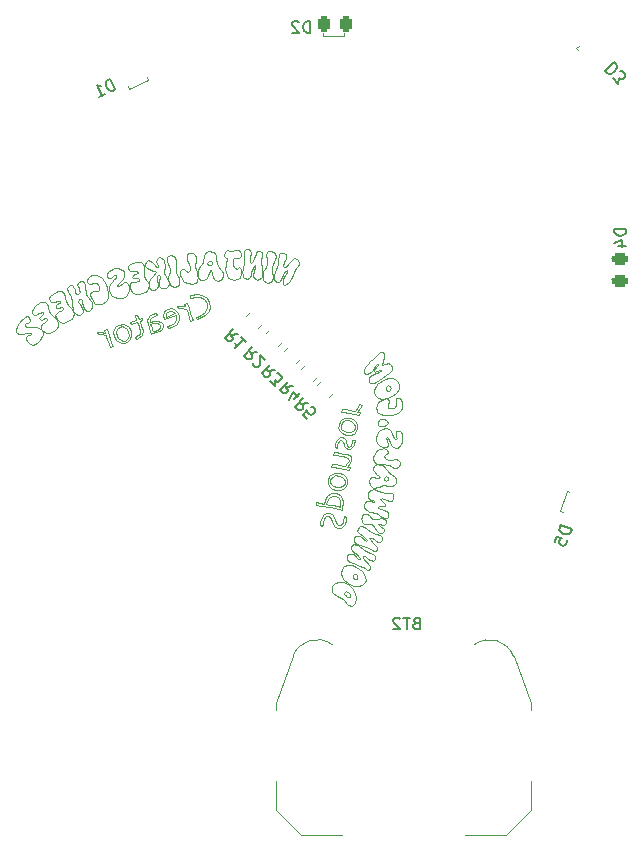
<source format=gbo>
G04 #@! TF.GenerationSoftware,KiCad,Pcbnew,(6.0.10-0)*
G04 #@! TF.CreationDate,2023-09-19T21:25:39+02:00*
G04 #@! TF.ProjectId,SwiftLeeds,53776966-744c-4656-9564-732e6b696361,rev?*
G04 #@! TF.SameCoordinates,Original*
G04 #@! TF.FileFunction,Legend,Bot*
G04 #@! TF.FilePolarity,Positive*
%FSLAX46Y46*%
G04 Gerber Fmt 4.6, Leading zero omitted, Abs format (unit mm)*
G04 Created by KiCad (PCBNEW (6.0.10-0)) date 2023-09-19 21:25:39*
%MOMM*%
%LPD*%
G01*
G04 APERTURE LIST*
G04 Aperture macros list*
%AMRoundRect*
0 Rectangle with rounded corners*
0 $1 Rounding radius*
0 $2 $3 $4 $5 $6 $7 $8 $9 X,Y pos of 4 corners*
0 Add a 4 corners polygon primitive as box body*
4,1,4,$2,$3,$4,$5,$6,$7,$8,$9,$2,$3,0*
0 Add four circle primitives for the rounded corners*
1,1,$1+$1,$2,$3*
1,1,$1+$1,$4,$5*
1,1,$1+$1,$6,$7*
1,1,$1+$1,$8,$9*
0 Add four rect primitives between the rounded corners*
20,1,$1+$1,$2,$3,$4,$5,0*
20,1,$1+$1,$4,$5,$6,$7,0*
20,1,$1+$1,$6,$7,$8,$9,0*
20,1,$1+$1,$8,$9,$2,$3,0*%
G04 Aperture macros list end*
%ADD10C,0.078000*%
%ADD11C,0.150000*%
%ADD12C,0.120000*%
%ADD13RoundRect,0.250000X-0.132583X0.503814X-0.503814X0.132583X0.132583X-0.503814X0.503814X-0.132583X0*%
%ADD14RoundRect,0.243750X-0.345367X0.385097X-0.512102X-0.073003X0.345367X-0.385097X0.512102X0.073003X0*%
%ADD15RoundRect,0.243750X-0.028093X-0.516516X0.413732X-0.310490X0.028093X0.516516X-0.413732X0.310490X0*%
%ADD16RoundRect,0.243750X-0.243750X-0.456250X0.243750X-0.456250X0.243750X0.456250X-0.243750X0.456250X0*%
%ADD17R,1.270000X5.080000*%
%ADD18C,17.800000*%
%ADD19RoundRect,0.243750X-0.494975X-0.150260X-0.150260X-0.494975X0.494975X0.150260X0.150260X0.494975X0*%
%ADD20RoundRect,0.243750X-0.456250X0.243750X-0.456250X-0.243750X0.456250X-0.243750X0.456250X0.243750X0*%
G04 APERTURE END LIST*
D10*
X146567714Y-82256600D02*
X146645289Y-82268300D01*
X142050036Y-78114800D02*
X142022034Y-78294200D01*
X129960075Y-64453100D02*
X129722058Y-64511600D01*
X126167520Y-64125500D02*
X126323520Y-63922700D01*
X147548091Y-74671100D02*
X147530453Y-74963600D01*
X125010507Y-67545800D02*
X124897875Y-67202600D01*
X126114870Y-64792400D02*
X126059256Y-64640300D01*
X123812700Y-63310400D02*
X123937812Y-63419600D01*
X131262792Y-66446000D02*
X131159637Y-66789200D01*
X115858767Y-69480200D02*
X115727805Y-69332000D01*
X142236027Y-76964300D02*
X142134432Y-76714700D01*
X122522736Y-64862600D02*
X122522736Y-64862600D01*
X146161599Y-84573200D02*
X146190112Y-84690200D01*
X147166758Y-80053100D02*
X147034372Y-80103800D01*
X132662580Y-62327600D02*
X132616053Y-62304200D01*
X116438658Y-66430400D02*
X116624376Y-66270500D01*
X118200171Y-67339100D02*
X118165734Y-67190900D01*
X126309324Y-68212700D02*
X126309324Y-68212700D01*
X145285804Y-71594000D02*
X145374088Y-71480900D01*
X141360711Y-83898500D02*
X141606918Y-84027200D01*
X146298294Y-76270100D02*
X146253382Y-76402700D01*
X120421572Y-67027100D02*
X120277974Y-67140200D01*
X143824477Y-87806300D02*
X143856918Y-87825800D01*
X146343429Y-73126700D02*
X146250835Y-73142300D01*
X130218138Y-65400800D02*
X130752867Y-65517800D01*
X143887232Y-74710100D02*
X144088426Y-74792000D01*
X137295078Y-64098200D02*
X137189856Y-64254200D01*
X143306226Y-77713100D02*
X143502240Y-77767700D01*
X126593400Y-62963300D02*
X126698817Y-63080300D01*
X146182983Y-81188000D02*
X146252419Y-81172400D01*
X145298950Y-77588300D02*
X145375796Y-77229500D01*
X141504621Y-81449300D02*
X141696618Y-81640400D01*
X146705860Y-75057200D02*
X146705860Y-75057200D01*
X142857180Y-90579200D02*
X142746810Y-90563600D01*
X119304885Y-65338400D02*
X119245995Y-65225300D01*
X146038390Y-80915000D02*
X146020166Y-80969600D01*
X138205416Y-62471900D02*
X138374481Y-62374400D01*
X144834531Y-72346700D02*
X144972583Y-72214100D01*
X125121033Y-69140900D02*
X125052549Y-69160400D01*
X122893899Y-64008500D02*
X122795346Y-64063100D01*
X131297034Y-62924300D02*
X131356509Y-62889200D01*
X132421092Y-62054600D02*
X132484428Y-61801100D01*
X146015256Y-81032000D02*
X146026823Y-81094400D01*
X142306071Y-85181600D02*
X142057017Y-85193300D01*
X129419067Y-62666900D02*
X129325389Y-62483600D01*
X144609044Y-82478900D02*
X144592103Y-82338500D01*
X131039322Y-62721500D02*
X131028831Y-62803400D01*
X138374481Y-62374400D02*
X138600174Y-62444600D01*
X142266915Y-79089800D02*
X141975858Y-79035200D01*
X141592566Y-84604400D02*
X141532545Y-84405500D01*
X145596064Y-80805800D02*
X145484228Y-80716100D01*
X145799531Y-71274200D02*
X145793174Y-71356100D01*
X129486225Y-67409300D02*
X129356082Y-67003700D01*
X141556491Y-83255000D02*
X142080846Y-83348600D01*
X143933065Y-85696400D02*
X143809599Y-85563800D01*
X146288217Y-83812700D02*
X146341241Y-83910200D01*
X116793246Y-68302400D02*
X117001701Y-68470100D01*
X142472367Y-77194400D02*
X142236027Y-76964300D01*
X116790048Y-69374900D02*
X116790048Y-69374900D01*
X141927576Y-77841800D02*
X142055184Y-77639000D01*
X118524612Y-66106700D02*
X118546452Y-66063800D01*
X126963276Y-64730000D02*
X126903177Y-64577900D01*
X145109465Y-87135500D02*
X144943411Y-87030200D01*
X142379430Y-76788800D02*
X142571427Y-76979900D01*
X118227549Y-66329000D02*
X118329183Y-66231500D01*
X127404483Y-63173900D02*
X127383462Y-63372800D01*
X145336398Y-80614700D02*
X145193455Y-80486000D01*
X146752102Y-78313700D02*
X146596976Y-78142100D01*
X147010403Y-77354300D02*
X146975303Y-77256800D01*
X122516496Y-63872000D02*
X122510763Y-63704300D01*
X130905552Y-64148900D02*
X130689141Y-64230800D01*
X145020003Y-82966400D02*
X145110604Y-82989800D01*
X145852575Y-72471500D02*
X145582324Y-72686000D01*
X124333896Y-63205100D02*
X124353903Y-63017900D01*
X116922960Y-67569200D02*
X116839617Y-67522400D01*
X121892808Y-64983500D02*
X121896357Y-64878200D01*
X120061680Y-64745600D02*
X120019989Y-64597400D01*
X144524956Y-86254100D02*
X144492076Y-86148800D01*
X144520592Y-83711300D02*
X144387922Y-83563100D01*
X142257906Y-82787000D02*
X142116453Y-82572500D01*
X146059408Y-81149000D02*
X146116203Y-81184100D01*
X146224315Y-79838600D02*
X146028523Y-79811300D01*
X147001312Y-74312300D02*
X147043498Y-74203100D01*
X142244490Y-77756000D02*
X142142817Y-77849600D01*
X126776895Y-64102100D02*
X126802011Y-64242500D01*
X146253382Y-76402700D02*
X146134397Y-76508000D01*
X119684199Y-66785300D02*
X119625387Y-66598100D01*
X143411955Y-78188900D02*
X143312544Y-78372200D01*
X146075526Y-79308200D02*
X146305420Y-79417400D01*
X146697717Y-77210000D02*
X146780315Y-77436200D01*
X117289326Y-67752500D02*
X117381405Y-67690100D01*
X116705964Y-66204200D02*
X116896089Y-66095000D01*
X147043498Y-74203100D02*
X147136127Y-74148500D01*
X145545602Y-81683300D02*
X145381724Y-81745700D01*
X143666196Y-89495000D02*
X143717598Y-89424800D01*
X117074631Y-66929600D02*
X117064569Y-66925700D01*
X147530413Y-77432300D02*
X147539303Y-77603900D01*
X132722679Y-61695800D02*
X132913779Y-61707500D01*
X119759079Y-64866500D02*
X119799054Y-64991300D01*
X122797179Y-69191600D02*
X122954661Y-69663500D01*
X120019989Y-64597400D02*
X120045768Y-64445300D01*
X141698295Y-78988400D02*
X141742677Y-78750500D01*
X132245163Y-63400100D02*
X132346056Y-63575600D01*
X145515818Y-84889100D02*
X145515814Y-84889100D01*
X129621321Y-65716700D02*
X129596712Y-65724500D01*
X141696618Y-81640400D02*
X141969384Y-81737900D01*
X142508676Y-85060700D02*
X142306071Y-85181600D01*
X144380828Y-89799200D02*
X144380828Y-89799200D01*
X143928740Y-85887500D02*
X144069121Y-85977200D01*
X126780639Y-62877500D02*
X126739455Y-62780000D01*
X125656893Y-63400100D02*
X125650146Y-63610700D01*
X142196559Y-80513300D02*
X142196559Y-80513300D01*
X123010860Y-69823400D02*
X122782164Y-69897500D01*
X142431495Y-89315600D02*
X142348932Y-89007500D01*
X146417135Y-80509400D02*
X146545519Y-80603000D01*
X132767724Y-64008500D02*
X132558918Y-63306500D01*
X145460309Y-71878700D02*
X145330638Y-71929400D01*
X145334749Y-86273600D02*
X145231582Y-86195600D01*
X121639035Y-65155100D02*
X121762587Y-65127800D01*
X145047767Y-81773000D02*
X144763609Y-81554600D01*
X124769955Y-64351700D02*
X124879818Y-64347800D01*
X118529604Y-67748600D02*
X118278483Y-67491200D01*
X118506711Y-66863300D02*
X118611426Y-66824300D01*
X124640943Y-65205800D02*
X124473282Y-64878200D01*
X142576380Y-80189600D02*
X142208337Y-80119400D01*
X125321025Y-68474000D02*
X125252112Y-68263400D01*
X145162466Y-83902400D02*
X145008857Y-83879000D01*
X125937849Y-65088800D02*
X125747802Y-65229200D01*
X141390078Y-83453900D02*
X140610936Y-83309600D01*
X132390906Y-63758900D02*
X132390906Y-63758900D01*
X135086742Y-62967200D02*
X135069738Y-62928200D01*
X125228049Y-62655200D02*
X125415093Y-62694200D01*
X141532545Y-84405500D02*
X141427011Y-84226100D01*
X144315133Y-87580100D02*
X144239863Y-87576200D01*
X142502241Y-91246100D02*
X142348620Y-91117400D01*
X130206360Y-63977300D02*
X130196337Y-64195700D01*
X142116453Y-82572500D02*
X141871845Y-82455500D01*
X127117404Y-68407700D02*
X126930867Y-68536400D01*
X115683111Y-67877300D02*
X115601991Y-67935800D01*
X122073924Y-64020200D02*
X122263425Y-64265900D01*
X115024479Y-67931900D02*
X115161096Y-67752500D01*
X142430130Y-77510300D02*
X142611363Y-77600000D01*
X145145977Y-71828000D02*
X145199087Y-71718800D01*
X146341241Y-83910200D02*
X146355152Y-84023300D01*
X142022034Y-78294200D02*
X142011621Y-78399500D01*
X119839848Y-65201900D02*
X119862780Y-65283800D01*
X141102102Y-84163700D02*
X140971998Y-84276800D01*
X129459276Y-61937600D02*
X129615354Y-61886900D01*
X146212295Y-77744300D02*
X146268373Y-77873000D01*
X147539303Y-77603900D02*
X147534560Y-77748200D01*
X125027745Y-62678600D02*
X125228049Y-62655200D01*
X129615354Y-61886900D02*
X129777867Y-61894700D01*
X134141265Y-63996800D02*
X134081322Y-63918800D01*
X118194984Y-67417100D02*
X118329261Y-67577000D01*
X129387789Y-63513200D02*
X129540864Y-63384500D01*
X144322827Y-83196500D02*
X144389314Y-83052200D01*
X142323855Y-76636700D02*
X142379430Y-76788800D01*
X143638701Y-88286000D02*
X143373150Y-88200200D01*
X146475023Y-71278100D02*
X146599023Y-71399000D01*
X114809979Y-68563700D02*
X114814347Y-68364800D01*
X144892309Y-81944600D02*
X145112215Y-81929000D01*
X123498165Y-68236100D02*
X123391110Y-68364800D01*
X141810576Y-79811300D02*
X142229241Y-79893200D01*
X143267343Y-77986100D02*
X143294760Y-77806700D01*
X137711559Y-64574000D02*
X137611251Y-64620800D01*
X127257531Y-68201000D02*
X127117404Y-68407700D01*
X123153834Y-63224600D02*
X123153834Y-63224600D01*
X126802011Y-64242500D02*
X126831378Y-64410200D01*
X146338663Y-84136400D02*
X146288236Y-84253400D01*
X143734083Y-89339000D02*
X143716654Y-89249300D01*
X145881396Y-72654800D02*
X146144626Y-72549500D01*
X128671242Y-64250300D02*
X128594295Y-64601300D01*
X144089167Y-84557600D02*
X144076874Y-84401600D01*
X134157060Y-62686400D02*
X134157060Y-62686400D01*
X115994058Y-68817200D02*
X116086020Y-68743100D01*
X143549508Y-91577600D02*
X143549508Y-91577600D01*
X131419845Y-63536600D02*
X131323671Y-63396200D01*
X146144626Y-72549500D02*
X146353456Y-72506600D01*
X135093840Y-63017900D02*
X135086742Y-62967200D01*
X142797822Y-84245600D02*
X142783275Y-84354800D01*
X141191880Y-82892300D02*
X141113568Y-83169200D01*
X146515727Y-79429100D02*
X146705985Y-79397900D01*
X142635387Y-89612000D02*
X142431495Y-89315600D01*
X145018478Y-85579400D02*
X145325459Y-85696400D01*
X120581862Y-66605900D02*
X120500703Y-66442100D01*
X144775578Y-86125400D02*
X144859171Y-86246300D01*
X134081322Y-63918800D02*
X134018688Y-63743300D01*
X119594382Y-66235400D02*
X119580693Y-66067700D01*
X130361541Y-64113800D02*
X130266576Y-63950000D01*
X142047267Y-90949700D02*
X141891852Y-90867800D01*
X143411643Y-86187800D02*
X143428647Y-86039600D01*
X146533191Y-73274900D02*
X146492249Y-73196900D01*
X147441563Y-77108600D02*
X147501250Y-77264600D01*
X145329745Y-77845700D02*
X145298950Y-77588300D01*
X126450855Y-67050500D02*
X126628851Y-66999800D01*
X135259005Y-64180100D02*
X135111390Y-64129400D01*
X130539732Y-62830700D02*
X130630719Y-62643500D01*
X143816600Y-87564500D02*
X143671855Y-87424100D01*
X126268452Y-68087900D02*
X126309324Y-68212700D01*
X145479692Y-83383700D02*
X145488253Y-83473400D01*
X145731226Y-71824100D02*
X145730833Y-71777300D01*
X145422424Y-79803500D02*
X145612815Y-79823000D01*
X126756771Y-64866500D02*
X126662859Y-64967900D01*
X125441652Y-68095700D02*
X125556273Y-68438900D01*
X147234214Y-73013600D02*
X147234214Y-73013600D01*
X145790312Y-75969800D02*
X145970503Y-75989300D01*
X132494061Y-62257400D02*
X132445623Y-62187200D01*
X129019200Y-64390700D02*
X128698503Y-63778400D01*
X142400997Y-84850100D02*
X142487109Y-84701900D01*
X114912588Y-68711900D02*
X114809979Y-68563700D01*
X117510690Y-66418700D02*
X117563574Y-66609800D01*
X116250717Y-69683000D02*
X115982280Y-69581600D01*
X120154617Y-65794700D02*
X120154617Y-65794700D01*
X128384514Y-67187000D02*
X127337988Y-67530200D01*
X146820816Y-81593600D02*
X146704183Y-81659900D01*
X143430675Y-89510600D02*
X143430675Y-89510600D01*
X144748458Y-72853700D02*
X144702469Y-72666500D01*
X130062840Y-63283100D02*
X130117167Y-63513200D01*
X146312038Y-81129500D02*
X146344720Y-81063200D01*
X147451710Y-78048500D02*
X147367159Y-78196700D01*
X141871845Y-82455500D02*
X141871845Y-82455500D01*
X127784226Y-63727700D02*
X127837383Y-63497600D01*
X141924417Y-81979700D02*
X141597558Y-81854900D01*
X143933432Y-87833600D02*
X143957448Y-87814100D01*
X137684688Y-62019500D02*
X137722557Y-62280800D01*
X134629077Y-62448500D02*
X134631963Y-62518700D01*
X146300798Y-80911100D02*
X146300798Y-80911100D01*
X125974236Y-64398500D02*
X126048648Y-64597400D01*
X144603670Y-84826700D02*
X144439656Y-84834500D01*
X146780315Y-77436200D02*
X146854454Y-77615600D01*
X145724916Y-83625500D02*
X145954459Y-83687900D01*
X143954215Y-86667500D02*
X143688188Y-86562200D01*
X144824863Y-80993000D02*
X144962622Y-80915000D01*
X136143096Y-61781600D02*
X136438092Y-61734800D01*
X135610902Y-62772200D02*
X135642258Y-63095900D01*
X122672808Y-65061500D02*
X122663916Y-64780700D01*
X144747030Y-82712900D02*
X144659249Y-82611500D01*
X121102668Y-65506100D02*
X121091124Y-65377400D01*
X126930867Y-68536400D02*
X126699168Y-68637800D01*
X115267527Y-67623800D02*
X115408434Y-67471700D01*
X127766676Y-66785300D02*
X127539891Y-66976400D01*
X126246300Y-63361100D02*
X126049350Y-63298700D01*
X143079714Y-78294200D02*
X143176512Y-78216200D01*
X141826254Y-78263000D02*
X141847431Y-78110900D01*
X146009523Y-74253800D02*
X146143687Y-74230400D01*
X125009025Y-63661400D02*
X125052627Y-63645800D01*
X126840348Y-63041300D02*
X126817572Y-62963300D01*
X118794258Y-65174600D02*
X118924011Y-65342300D01*
X145660574Y-76574300D02*
X145562006Y-76519700D01*
X145008857Y-83879000D02*
X144857560Y-83859500D01*
X119742972Y-67062200D02*
X119689893Y-67288400D01*
X119349189Y-67612100D02*
X119086797Y-67740800D01*
X133920564Y-63575600D02*
X133765734Y-64059200D01*
X145500093Y-72931700D02*
X145543071Y-72892700D01*
X130219464Y-63735500D02*
X130221882Y-63501500D01*
X142011621Y-78399500D02*
X141817167Y-78352700D01*
X134721312Y-62729300D02*
X134806566Y-62678600D01*
X123420984Y-64679300D02*
X123543678Y-64718300D01*
X147203301Y-76952600D02*
X147343765Y-76999400D01*
X115864539Y-68672900D02*
X115668369Y-68696300D01*
X124362522Y-68867900D02*
X124318023Y-68579300D01*
X137061234Y-64355600D02*
X136907886Y-64371200D01*
X120570903Y-64410200D02*
X120638568Y-64550600D01*
X120102396Y-67171400D02*
X119940897Y-67112900D01*
X147156977Y-79409600D02*
X147251654Y-79507100D01*
X134141265Y-63996800D02*
X134141265Y-63996800D01*
X143364843Y-75279500D02*
X143516358Y-75306800D01*
X145861155Y-71141600D02*
X145799531Y-71274200D01*
X146182363Y-76738100D02*
X146414662Y-76812200D01*
X119625387Y-66598100D02*
X119602962Y-66414800D01*
X115777764Y-67846100D02*
X115683111Y-67877300D01*
X131570853Y-61867400D02*
X131679624Y-61976600D01*
X142266057Y-83344700D02*
X142272219Y-83313500D01*
X144100375Y-84261200D02*
X144160400Y-84128600D01*
X144156247Y-90052700D02*
X143806011Y-90138500D01*
X142584648Y-84183200D02*
X142797822Y-84245600D01*
X145157244Y-85072400D02*
X145046402Y-84935900D01*
X118546452Y-66063800D02*
X118537326Y-66013100D01*
X132661371Y-62510900D02*
X132681300Y-62386100D01*
X129540864Y-63384500D02*
X129572298Y-63099800D01*
X134759922Y-63532700D02*
X134727669Y-63735500D01*
X117111252Y-67054400D02*
X117127710Y-67007600D01*
X129912066Y-61961000D02*
X130010658Y-62089700D01*
X145827291Y-74246000D02*
X145511130Y-74183600D01*
X138128313Y-62557700D02*
X138205416Y-62471900D01*
X134157060Y-62686400D02*
X134157060Y-62686400D01*
X142728324Y-77787200D02*
X142778712Y-77954900D01*
X142628172Y-78263000D02*
X142572441Y-78071900D01*
X143752273Y-85240100D02*
X143836486Y-85107500D01*
X146599012Y-71399000D02*
X146599012Y-71399000D01*
X144496096Y-82943000D02*
X144639109Y-82880600D01*
X146340063Y-78134300D02*
X146292538Y-78251300D01*
X118493646Y-65974100D02*
X118436628Y-65962400D01*
X145429846Y-80681000D02*
X145336398Y-80614700D01*
X130502682Y-64211300D02*
X130361541Y-64113800D01*
X146318254Y-71254700D02*
X146475023Y-71278100D01*
X147507100Y-77892500D02*
X147451710Y-78048500D01*
X118039530Y-67304000D02*
X118194984Y-67417100D01*
X120181215Y-65049800D02*
X120121935Y-64901600D01*
X115871169Y-68879600D02*
X115994058Y-68817200D01*
X127424958Y-64913300D02*
X127424958Y-64913300D01*
X144658707Y-88219700D02*
X144739016Y-88293800D01*
X147034392Y-79358900D02*
X147156977Y-79409600D01*
X124035312Y-69324200D02*
X124183083Y-69246200D01*
X147014018Y-81234800D02*
X146974585Y-81367400D01*
X141742716Y-78750500D02*
X141956007Y-78797300D01*
X128566059Y-67756400D02*
X128339937Y-68013800D01*
X115668369Y-68696300D02*
X115462488Y-68735300D01*
X122700927Y-69636200D02*
X122570784Y-69230600D01*
X144226977Y-85879700D02*
X144090734Y-85793900D01*
X128344617Y-63353300D02*
X128415948Y-63622400D01*
X119676906Y-66785300D02*
X119742972Y-67062200D01*
X146857234Y-80092100D02*
X146857234Y-80092100D01*
X138255570Y-63801800D02*
X138116847Y-64082600D01*
X146126776Y-72249200D02*
X145852575Y-72471500D01*
X116905449Y-68185400D02*
X116914731Y-68052800D01*
X145615116Y-80915000D02*
X145627369Y-80903300D01*
X145541121Y-83313500D02*
X145479692Y-83383700D01*
X134191809Y-64035800D02*
X134141265Y-63996800D01*
X137462193Y-64542800D02*
X137426274Y-64421900D01*
X122490405Y-68988800D02*
X122440914Y-68844500D01*
X131395158Y-62690300D02*
X131352102Y-62620100D01*
X145469419Y-74530700D02*
X146009523Y-74253800D01*
X146300798Y-80911100D02*
X146300798Y-80911100D01*
X129722058Y-64511600D02*
X129019200Y-64390700D01*
X131323671Y-63396200D02*
X131306589Y-63388400D01*
X144678702Y-84089600D02*
X144796705Y-84214400D01*
X144408713Y-87966200D02*
X144540092Y-88102700D01*
X143123433Y-91008200D02*
X143123433Y-91008200D01*
X135408414Y-64152800D02*
X135259005Y-64180100D01*
X127699089Y-66617600D02*
X127980084Y-66586400D01*
X133213767Y-62670800D02*
X133241067Y-62889200D01*
X119555928Y-65888300D02*
X119501640Y-65705000D01*
X140610195Y-84635600D02*
X140703561Y-84319700D01*
X128313807Y-67031000D02*
X128071539Y-66800900D01*
X119559789Y-66613700D02*
X119676906Y-66785300D01*
X146440122Y-72034700D02*
X146126776Y-72249200D01*
X131210766Y-62553800D02*
X131136159Y-62581100D01*
X140578839Y-84838400D02*
X140610195Y-84635600D01*
X144817804Y-88601900D02*
X144817804Y-88601900D01*
X116790048Y-69374900D02*
X116642316Y-69534800D01*
X132569331Y-62943800D02*
X132614844Y-62686400D01*
X124675185Y-63930500D02*
X124695855Y-63829100D01*
X147251654Y-79507100D02*
X147301957Y-79639700D01*
X137463519Y-64078700D02*
X137538672Y-63914900D01*
X118611426Y-66824300D02*
X118711344Y-66777500D01*
X124183083Y-69246200D02*
X124287681Y-69125300D01*
X135621822Y-63914900D02*
X135532395Y-64059200D01*
X118033485Y-66075500D02*
X117899793Y-66098900D01*
X145635158Y-83590400D02*
X145724916Y-83625500D01*
X121204458Y-66660500D02*
X121041204Y-66789200D01*
X118425552Y-67842200D02*
X118401372Y-68068400D01*
X147255428Y-78317600D02*
X147123799Y-78395600D01*
X145689493Y-85634000D02*
X145562142Y-85614500D01*
X145649209Y-76004900D02*
X145790312Y-75969800D01*
X146129054Y-73247600D02*
X146117315Y-73407500D01*
X146568790Y-71925500D02*
X146440122Y-72034700D01*
X143757390Y-74944100D02*
X143887232Y-74710100D01*
X126817767Y-64733900D02*
X126756771Y-64866500D01*
X142286064Y-84932000D02*
X142400997Y-84850100D01*
X142495728Y-79132700D02*
X142266915Y-79089800D01*
X146854454Y-77615600D02*
X146934778Y-77689700D01*
X143123433Y-91008200D02*
X143123433Y-91008200D01*
X124695855Y-63829100D02*
X124756383Y-63747200D01*
X144492532Y-85216700D02*
X144663391Y-85345400D01*
X146300798Y-80911100D02*
X146300798Y-80911100D01*
X146016558Y-82732400D02*
X145928422Y-82709000D01*
X124914528Y-69000500D02*
X124961328Y-68984900D01*
X116015079Y-68165900D02*
X116277159Y-68181500D01*
X145831355Y-84374300D02*
X145974286Y-84401600D01*
X126976302Y-63794000D02*
X126901695Y-63762800D01*
X126709113Y-62663000D02*
X126753963Y-62409500D01*
X146879839Y-79362800D02*
X147034392Y-79358900D01*
X143202681Y-86932700D02*
X143218593Y-86765000D01*
X126610170Y-63618500D02*
X126651666Y-63513200D01*
X134168682Y-61719200D02*
X134231901Y-61637300D01*
X146009047Y-83067800D02*
X146089231Y-83149700D01*
X116839617Y-67522400D02*
X116817075Y-67417100D01*
X146284562Y-80372900D02*
X146417135Y-80509400D01*
X118165734Y-67190900D02*
X118195920Y-67062200D01*
X118793946Y-66691700D02*
X118785054Y-66559100D01*
X144465166Y-86281400D02*
X144501697Y-86277500D01*
X117666885Y-65946800D02*
X117636543Y-65759600D01*
X144125858Y-86913200D02*
X144292739Y-87045800D01*
X125252112Y-68263400D02*
X125203167Y-68115200D01*
X144198269Y-87603500D02*
X144212227Y-87697100D01*
X142297257Y-83032700D02*
X142257906Y-82787000D01*
X145375796Y-77229500D02*
X145543153Y-76960400D01*
X146263717Y-78559400D02*
X146359368Y-78762200D01*
X141604539Y-90618200D02*
X141549939Y-90438800D01*
X116170533Y-66851600D02*
X116252316Y-66648800D01*
X124353903Y-63017900D02*
X124494615Y-62877500D01*
X126651666Y-63513200D02*
X126583767Y-63443000D01*
X138600174Y-62444600D02*
X138600174Y-62444600D01*
X117043860Y-67120700D02*
X117079779Y-67089500D01*
X142517997Y-77892500D02*
X142459419Y-77791100D01*
X144428942Y-89561300D02*
X144380828Y-89799200D01*
X146116192Y-81184100D02*
X146182983Y-81188000D01*
X128795184Y-66578600D02*
X128524446Y-66578600D01*
X147256454Y-79947800D02*
X147166758Y-80053100D01*
X145322542Y-83945300D02*
X145162466Y-83902400D01*
X144758582Y-86031800D02*
X144775578Y-86125400D01*
X130023645Y-62858000D02*
X130025517Y-63060800D01*
X140777466Y-85010000D02*
X140564097Y-84955400D01*
X120474846Y-64320500D02*
X120570903Y-64410200D01*
X144817800Y-88601900D02*
X144817804Y-88601900D01*
X126386115Y-68727500D02*
X126248172Y-68762600D01*
X125080746Y-64051400D02*
X124956375Y-64047500D01*
X145588744Y-82073300D02*
X145708665Y-82127900D01*
X130124538Y-67292300D02*
X130496247Y-67124600D01*
X145130701Y-80915000D02*
X145307039Y-80946200D01*
X144124844Y-85052900D02*
X144310577Y-85111400D01*
X147530453Y-74963600D02*
X147521763Y-74994800D01*
X134131359Y-61851800D02*
X134159595Y-61734800D01*
X135091812Y-63056900D02*
X135093840Y-63017900D01*
X133436028Y-62304200D02*
X133363956Y-62312000D01*
X116066988Y-68692400D02*
X116039883Y-68684600D01*
X147016074Y-73770200D02*
X146660799Y-74043200D01*
X141563316Y-90255500D02*
X141624468Y-90087800D01*
X145291447Y-73177400D02*
X145500093Y-72931700D01*
X146029140Y-70580000D02*
X146013072Y-70778900D01*
X135781176Y-63474200D02*
X135884565Y-63263600D01*
X124004775Y-64359500D02*
X124139988Y-64363400D01*
X142891851Y-79729400D02*
X142988181Y-79514900D01*
X121896357Y-64878200D02*
X121868784Y-64761200D01*
X117426723Y-66239300D02*
X117510690Y-66418700D01*
X142541904Y-81866600D02*
X142250184Y-81983600D01*
X123937812Y-63419600D02*
X124009650Y-63571700D01*
X142856127Y-81102200D02*
X142855698Y-81394700D01*
X130440087Y-62990600D02*
X130539732Y-62830700D01*
X118404219Y-66902300D02*
X118506711Y-66863300D01*
X146435137Y-81652100D02*
X146272351Y-81613100D01*
X127399023Y-62670800D02*
X127419693Y-62951600D01*
X144450349Y-87626900D02*
X144394459Y-87603500D01*
X141956007Y-78797300D02*
X142296789Y-78863600D01*
X120454800Y-66169100D02*
X120442944Y-66032600D01*
X145632537Y-85809500D02*
X145720158Y-85875800D01*
X145096104Y-80318300D02*
X145082399Y-80099900D01*
X116086020Y-68743100D02*
X116097330Y-68727500D01*
X131352102Y-62620100D02*
X131288571Y-62569400D01*
X117074631Y-66929600D02*
X117074631Y-66929600D01*
X124639773Y-63446900D02*
X124509045Y-63427400D01*
X137438442Y-63739400D02*
X137370426Y-63903200D01*
X124956375Y-64047500D02*
X124833603Y-64039700D01*
X131040375Y-63992900D02*
X130905552Y-64148900D01*
X127269309Y-62393900D02*
X127356786Y-62526500D01*
X116875380Y-69254000D02*
X116790165Y-69374900D01*
X144168126Y-88488800D02*
X143907544Y-88375700D01*
X125669607Y-63205100D02*
X125656893Y-63400100D01*
X146740012Y-82338500D02*
X146783739Y-82443800D01*
X146288236Y-84253400D02*
X146210029Y-84335300D01*
X145380663Y-84460100D02*
X145535950Y-84428900D01*
X123748389Y-64273700D02*
X123581625Y-64437500D01*
X136396206Y-64343900D02*
X136085376Y-64421900D01*
X121762587Y-65127800D02*
X121850493Y-65069300D01*
X145289723Y-72869300D02*
X145141663Y-72931700D01*
X143281188Y-76188200D02*
X143015910Y-76086800D01*
X124403433Y-63357200D02*
X124333896Y-63205100D01*
X145110604Y-82989800D02*
X145158508Y-82958600D01*
X127356786Y-62526500D02*
X127398984Y-62670800D01*
X121041204Y-66789200D02*
X120847140Y-66816500D01*
X126901695Y-63762800D02*
X126841050Y-63797900D01*
X145515814Y-84889100D02*
X145546842Y-84935900D01*
X134946849Y-62982800D02*
X134857578Y-63150500D01*
X145321804Y-71356100D02*
X145206634Y-71496500D01*
X146705985Y-79397900D02*
X146879839Y-79362800D01*
X144291811Y-87821900D02*
X144408713Y-87966200D01*
X121136364Y-65884400D02*
X121226103Y-66052100D01*
X143502240Y-77767700D02*
X143492607Y-77834000D01*
X123493680Y-69140900D02*
X123686145Y-69300800D01*
X128397618Y-62690300D02*
X128364585Y-62885300D01*
X126345438Y-62659100D02*
X126478038Y-62811200D01*
X146210029Y-84335300D02*
X146102904Y-84370400D01*
X121637397Y-64476500D02*
X121485375Y-64449200D01*
X142665534Y-81359600D02*
X142665261Y-81188000D01*
X145656725Y-84148100D02*
X145496435Y-84035000D01*
X141362856Y-80833100D02*
X141547872Y-80638100D01*
X122775729Y-64535000D02*
X122954856Y-64328300D01*
X146509651Y-73458200D02*
X146537536Y-73372400D01*
X146698524Y-80692700D02*
X146842469Y-80782400D01*
X143730920Y-76441700D02*
X143730495Y-76734200D01*
X143809599Y-85563800D02*
X143742067Y-85407800D01*
X119823039Y-65104400D02*
X119839848Y-65201900D01*
X143419443Y-86234600D02*
X143411643Y-86187800D01*
X147026857Y-76991600D02*
X147203301Y-76952600D01*
X146246678Y-80856500D02*
X146182655Y-80825300D01*
X141844974Y-83539700D02*
X141390078Y-83453900D01*
X131767179Y-62273000D02*
X131787654Y-62464100D01*
X131558412Y-64113800D02*
X131497767Y-63930500D01*
X124004736Y-68181500D02*
X123832980Y-68126900D01*
X143507388Y-85914800D02*
X143625168Y-85848500D01*
X117942771Y-65393000D02*
X118224702Y-65209700D01*
X119602962Y-66414800D02*
X119594382Y-66235400D01*
X131171961Y-62932100D02*
X131233893Y-62936000D01*
X121534593Y-66204200D02*
X121146387Y-65654300D01*
X146963654Y-77151500D02*
X147026857Y-76991600D01*
X135716553Y-63731600D02*
X135717801Y-63716000D01*
X135666399Y-63735500D02*
X135621822Y-63914900D01*
X120842421Y-64199600D02*
X120945264Y-64028000D01*
X126803727Y-67658900D02*
X127093341Y-67744700D01*
X143430675Y-89510600D02*
X143430675Y-89510600D01*
X145546811Y-76086800D02*
X145649209Y-76004900D01*
X126248172Y-68762600D02*
X126166818Y-68520800D01*
X141817167Y-78352700D02*
X141826254Y-78263000D01*
X142754142Y-84545900D02*
X142660347Y-84846200D01*
X146694425Y-80041400D02*
X146546603Y-79967300D01*
X131136159Y-62581100D02*
X131076216Y-62643500D01*
X145496435Y-84035000D02*
X145322542Y-83945300D01*
X125820264Y-62698100D02*
X125896665Y-62592800D01*
X134157060Y-62686400D02*
X134161389Y-62596700D01*
X144390457Y-89307800D02*
X144428942Y-89561300D01*
X121248489Y-65186300D02*
X121377462Y-65159000D01*
X145708665Y-82127900D02*
X145837439Y-82174700D01*
X123153834Y-63224600D02*
X123305037Y-63201200D01*
X145057837Y-84432800D02*
X145219917Y-84471800D01*
X145811395Y-85602800D02*
X145689493Y-85634000D01*
X144766394Y-87868700D02*
X144665844Y-87782900D01*
X117003651Y-67924100D02*
X117095769Y-67857800D01*
X136508214Y-63353300D02*
X136540311Y-63583400D01*
X128240877Y-62159900D02*
X128394810Y-62475800D01*
X142846962Y-87697100D02*
X142868802Y-87548900D01*
X147394151Y-75240500D02*
X147191417Y-75423800D01*
X120442944Y-66032600D02*
X120409989Y-65903900D01*
X134936163Y-63868100D02*
X134917014Y-63680900D01*
X145397425Y-71309300D02*
X145321804Y-71356100D01*
X125973378Y-67935800D02*
X125910276Y-67604300D01*
X115872300Y-67814900D02*
X115777764Y-67846100D01*
X127227111Y-64917200D02*
X127075557Y-64850900D01*
X142746810Y-90563600D02*
X142649505Y-90590900D01*
X141847431Y-78110900D02*
X141927576Y-77841800D01*
X147115036Y-72771800D02*
X147234214Y-73013600D01*
X143061735Y-91058900D02*
X143123433Y-91008200D01*
X143668243Y-89171300D02*
X143592369Y-89105000D01*
X120479916Y-66886700D02*
X120421572Y-67027100D01*
X120195333Y-65307200D02*
X120214872Y-65190200D01*
X121091124Y-65377400D02*
X121135506Y-65268200D01*
X124410687Y-65034200D02*
X124310652Y-65326700D01*
X131818347Y-62666900D02*
X131885037Y-62881400D01*
X144439656Y-84834500D02*
X144309704Y-84815000D01*
X123299889Y-69273500D02*
X123133593Y-68973200D01*
X130009488Y-65630900D02*
X129621321Y-65716700D01*
X145666077Y-86355500D02*
X145447318Y-86339900D01*
X123588450Y-67970900D02*
X123878649Y-67935800D01*
X146339552Y-74296700D02*
X146385927Y-74413700D01*
X115577694Y-67339100D02*
X115750308Y-67288400D01*
X144836352Y-88438100D02*
X144817800Y-88601900D01*
X146026823Y-81094400D02*
X146059408Y-81149000D01*
X143428725Y-75525200D02*
X143039700Y-75451100D01*
X130965027Y-66134000D02*
X130751541Y-65818100D01*
X143068599Y-80045300D02*
X143024763Y-80279300D01*
X133308966Y-62331500D02*
X133236543Y-62460200D01*
X127656618Y-62222300D02*
X127909767Y-62093600D01*
X143549508Y-91577600D02*
X143290353Y-91799900D01*
X142272219Y-83313500D02*
X142297257Y-83032700D01*
X124991904Y-64340000D02*
X125101650Y-64324400D01*
X143268162Y-88321100D02*
X143643732Y-88461500D01*
X142586559Y-90743000D02*
X142647087Y-90828800D01*
X130088970Y-67382000D02*
X130056054Y-67311800D01*
X142977612Y-87977900D02*
X142887171Y-87845300D01*
X145546842Y-84935900D02*
X145639417Y-85002200D01*
X117034929Y-68969300D02*
X116960127Y-69117500D01*
X135609147Y-62452400D02*
X135610902Y-62772200D01*
X126155859Y-67740800D02*
X126530493Y-67670600D01*
X126362676Y-65018600D02*
X126216699Y-64928900D01*
X144282657Y-86180000D02*
X144391966Y-86254100D01*
X136018140Y-61996100D02*
X136143096Y-61781600D01*
X120154617Y-65794700D02*
X120106062Y-66028700D01*
X124139988Y-64363400D02*
X124255506Y-64441400D01*
X130115334Y-64351700D02*
X129960075Y-64453100D01*
X122413458Y-64554500D02*
X122522736Y-64862600D01*
X133080348Y-61719200D02*
X133080348Y-61719200D01*
X123084453Y-68641700D02*
X123163389Y-68329700D01*
X143048865Y-90707900D02*
X142972581Y-90633800D01*
X121274502Y-66477200D02*
X121204458Y-66660500D01*
X146250835Y-73142300D02*
X146129054Y-73247600D01*
X134683482Y-62159900D02*
X134647680Y-62304200D01*
X145357626Y-75209300D02*
X145357626Y-75209300D01*
X147234214Y-73013600D02*
X147234214Y-73013600D01*
X118195920Y-67062200D02*
X118303248Y-66953000D01*
X146596976Y-78142100D02*
X146491758Y-77935400D01*
X124155276Y-68013800D02*
X124398675Y-68216600D01*
X141024570Y-82790900D02*
X141201318Y-82478900D01*
X135119229Y-62011700D02*
X135157098Y-61898600D01*
X141852345Y-80513300D02*
X142196559Y-80513300D01*
X124012107Y-63848600D02*
X123908874Y-64082600D01*
X128412087Y-67491200D02*
X128384514Y-67187000D01*
X133866900Y-62175500D02*
X133779930Y-62265200D01*
X123368490Y-68906900D02*
X123493680Y-69140900D01*
X124914528Y-69000500D02*
X124914528Y-69000500D01*
X131412201Y-62764400D02*
X131412201Y-62764400D01*
X117191436Y-67807100D02*
X117289326Y-67752500D01*
X126193299Y-62553800D02*
X126345438Y-62659100D01*
X127909728Y-62093600D02*
X127909728Y-62093600D01*
X145439081Y-79745000D02*
X145415771Y-79741100D01*
X146704183Y-81659900D02*
X146578696Y-81675500D01*
X134646081Y-62612300D02*
X134674707Y-62694200D01*
X130345512Y-63146600D02*
X130440087Y-62990600D01*
X133549050Y-62308100D02*
X133436028Y-62304200D01*
X144834698Y-85474100D02*
X145018478Y-85579400D01*
X143957448Y-87814100D02*
X143928034Y-87708800D01*
X119270565Y-66348500D02*
X119416815Y-66481100D01*
X123133593Y-68973200D02*
X123133593Y-68973200D01*
X142988181Y-79514900D02*
X142953198Y-79288700D01*
X127383462Y-63372800D02*
X127392432Y-63575600D01*
X144877216Y-82783100D02*
X144747030Y-82712900D01*
X128334672Y-63099800D02*
X128344617Y-63353300D01*
X143312544Y-78372200D02*
X143139657Y-78508700D01*
X145443652Y-85524800D02*
X145345138Y-85388300D01*
X145957883Y-85310300D02*
X145964770Y-85435100D01*
X118287492Y-68263400D02*
X118115034Y-68427200D01*
X115646061Y-69168200D02*
X115663299Y-69016100D01*
X145535950Y-84428900D02*
X145686778Y-84389900D01*
X126485526Y-63758900D02*
X126610170Y-63618500D01*
X120277974Y-67140200D02*
X120102396Y-67171400D01*
X144492076Y-86148800D02*
X144376070Y-86012300D01*
X141692718Y-80025800D02*
X141509457Y-79994600D01*
X118115034Y-68427200D02*
X118102788Y-68435000D01*
X137792367Y-63536600D02*
X137806680Y-63497600D01*
X134168682Y-61719200D02*
X134168682Y-61719200D01*
X118380117Y-66582500D02*
X118274310Y-66586400D01*
X143492607Y-77834000D02*
X143467491Y-77986100D01*
X146028523Y-79811300D02*
X145823251Y-79791800D01*
X146082636Y-80852600D02*
X146073136Y-80864300D01*
X145193455Y-80486000D02*
X145096104Y-80318300D01*
X123558186Y-69480200D02*
X123299889Y-69273500D01*
X117882906Y-68587100D02*
X117625974Y-68692400D01*
X122001072Y-68598800D02*
X122376603Y-68653400D01*
X140610936Y-83309600D02*
X140195586Y-83235500D01*
X143071368Y-75852800D02*
X143071368Y-75852800D01*
X145360929Y-78571100D02*
X145948999Y-78442400D01*
X137784333Y-63380600D02*
X137678760Y-63419600D01*
X136974459Y-62858000D02*
X137020050Y-62487500D01*
X130802280Y-66878900D02*
X130993653Y-66520100D01*
X117355275Y-67424900D02*
X117257034Y-67448300D01*
X123670896Y-64648100D02*
X123776469Y-64538900D01*
X143907544Y-88375700D02*
X143638701Y-88286000D01*
X133241067Y-62889200D02*
X133307484Y-63072500D01*
X127338066Y-67530200D02*
X127338066Y-67530200D01*
X143770712Y-85840700D02*
X143928740Y-85887500D01*
X146359368Y-78762200D02*
X146296040Y-78883100D01*
X147225008Y-73415300D02*
X147016074Y-73770200D01*
X123332493Y-63891500D02*
X123267129Y-63813500D01*
X146546603Y-79967300D02*
X146393985Y-79897100D01*
X145219917Y-84471800D02*
X145380663Y-84460100D01*
X144309704Y-84815000D02*
X144161761Y-84705800D01*
X130025517Y-63060800D02*
X130062840Y-63283100D01*
X132445623Y-62187200D02*
X132421092Y-62054600D01*
X130678494Y-62471900D02*
X130714881Y-62276900D01*
X144540092Y-88102700D02*
X144658707Y-88219700D01*
X146321316Y-78005600D02*
X146340063Y-78134300D01*
X143551263Y-86464700D02*
X143456493Y-86336000D01*
X143113137Y-77081300D02*
X143343393Y-76995500D01*
X128470236Y-66867200D02*
X128617383Y-67148000D01*
X124756383Y-63747200D02*
X124877673Y-63688700D01*
X131685786Y-64238600D02*
X131558412Y-64113800D01*
X124833603Y-64039700D02*
X124731852Y-64012400D01*
X131740737Y-62109200D02*
X131767179Y-62273000D01*
X117257034Y-67448300D02*
X117142218Y-67499000D01*
X143218593Y-86765000D02*
X143307396Y-86632400D01*
X128415948Y-63622400D02*
X128514033Y-63829100D01*
X142366521Y-77740400D02*
X142244490Y-77756000D01*
X145078710Y-87420200D02*
X145164120Y-87490400D01*
X126806457Y-63860300D02*
X126787698Y-63930500D01*
X145345138Y-85388300D02*
X145253671Y-85232300D01*
X135429396Y-61711400D02*
X135429396Y-61711400D01*
X126309324Y-68212700D02*
X126386388Y-68442800D01*
X128608452Y-64016300D02*
X128668239Y-64230800D01*
X125973456Y-67374200D02*
X126158784Y-67187000D01*
X146661595Y-71597900D02*
X146646740Y-71777300D01*
X145230525Y-87802400D02*
X145094883Y-87966200D01*
X146905208Y-74909000D02*
X146960857Y-74768600D01*
X117880566Y-67190900D02*
X118039530Y-67304000D01*
X144817804Y-88601900D02*
X144698116Y-88738400D01*
X136760856Y-62460200D02*
X136670571Y-62635700D01*
X120102630Y-65385200D02*
X120195333Y-65307200D01*
X145993018Y-71348300D02*
X146149794Y-71289800D01*
X126212877Y-67912400D02*
X126268452Y-68087900D01*
X123163389Y-68329700D02*
X123333000Y-68107400D01*
X147136127Y-74148500D02*
X147300023Y-74179700D01*
X127338066Y-67530200D02*
X127277928Y-67190900D01*
X135069738Y-62928200D02*
X135037446Y-62912600D01*
X116624376Y-66270500D02*
X116705925Y-66204200D01*
X115965588Y-67456100D02*
X116000688Y-67561400D01*
X145220291Y-87591800D02*
X145244526Y-87701000D01*
X135056946Y-62183300D02*
X135119229Y-62011700D01*
X144639109Y-82880600D02*
X144811443Y-82884500D01*
X135429357Y-61711400D02*
X135429396Y-61711400D01*
X127909728Y-62093600D02*
X127909728Y-62093600D01*
X126049350Y-63298700D02*
X125886252Y-63185600D01*
X145678058Y-84893000D02*
X145564533Y-84877400D01*
X126323520Y-63922700D02*
X126485526Y-63758900D01*
X138600174Y-62444600D02*
X138814245Y-62651300D01*
X130496247Y-67124600D02*
X130802280Y-66878900D01*
X131679624Y-61976600D02*
X131740737Y-62109200D01*
X118198533Y-66527900D02*
X118190382Y-66422600D01*
X142893411Y-80010200D02*
X142896102Y-80014100D01*
X145761179Y-85091900D02*
X145877488Y-85197200D01*
X132616053Y-62304200D02*
X132555330Y-62284700D01*
X146374102Y-73571300D02*
X146374102Y-73571300D01*
X146943222Y-80864300D02*
X147022727Y-81039800D01*
X145244526Y-87701000D02*
X145230525Y-87802400D01*
X142844193Y-77077400D02*
X143113137Y-77081300D01*
X142702935Y-79979000D02*
X142891851Y-79729400D01*
X145652739Y-83301800D02*
X145541121Y-83313500D01*
X129796197Y-67596500D02*
X129567423Y-67670600D01*
X121570941Y-63762800D02*
X121841991Y-63840800D01*
X124395945Y-64702700D02*
X124410687Y-65034200D01*
X136061703Y-62592800D02*
X136043178Y-62370500D01*
X146102483Y-84893000D02*
X145975710Y-84924200D01*
X117096822Y-68641700D02*
X117087774Y-68821100D01*
X122675070Y-68817200D02*
X122797179Y-69191600D01*
X144700492Y-83812700D02*
X144520592Y-83711300D01*
X136540311Y-63583400D02*
X136573227Y-63794000D01*
X117095769Y-67857800D02*
X117191436Y-67807100D01*
X137518431Y-63111500D02*
X137616009Y-63084200D01*
X126838788Y-63088100D02*
X126840348Y-63041300D01*
X143297568Y-90267200D02*
X143556099Y-90672800D01*
X143510898Y-87513800D02*
X143619396Y-87623000D01*
X123267129Y-63813500D02*
X123160581Y-63809600D01*
X145681786Y-71777300D02*
X145583662Y-71820200D01*
X121278753Y-66270500D02*
X121274502Y-66477200D01*
X143071368Y-75852800D02*
X143384382Y-75965900D01*
X126065340Y-64363400D02*
X126167520Y-64125500D01*
X125027745Y-62678600D02*
X125027745Y-62678600D01*
X126733020Y-67842200D02*
X126444342Y-67865600D01*
X142134471Y-84947600D02*
X142286064Y-84932000D01*
X130059798Y-62288600D02*
X130059798Y-62288600D01*
X138378225Y-63505400D02*
X138255570Y-63801800D01*
X134159985Y-62440700D02*
X134159985Y-62440700D01*
X133718700Y-63131000D02*
X133866042Y-63255800D01*
X117278913Y-66087200D02*
X117426723Y-66239300D01*
X115263198Y-68766500D02*
X115076271Y-68770400D01*
X134157060Y-62686400D02*
X134157060Y-62686400D01*
X146425707Y-73142300D02*
X146343429Y-73126700D01*
X126583767Y-63443000D02*
X126435801Y-63404000D01*
X142845675Y-78961100D02*
X143153151Y-79140500D01*
X140240280Y-82997600D02*
X140926407Y-83134100D01*
X125886252Y-63185600D02*
X125793900Y-62998400D01*
X144380828Y-89799200D02*
X144156247Y-90052700D01*
X146412962Y-77736500D02*
X146343530Y-77580500D01*
X130750293Y-62093600D02*
X130797444Y-61957100D01*
X129315015Y-66130100D02*
X129460407Y-66586400D01*
X142084317Y-77978300D02*
X142050036Y-78114800D01*
X135157098Y-61898600D02*
X135257991Y-61746500D01*
X143781242Y-86663600D02*
X143959531Y-86772800D01*
X118329261Y-67577000D02*
X118425552Y-67842200D01*
X145948999Y-78442400D02*
X146263717Y-78559400D01*
X123305037Y-63201200D02*
X123475428Y-63201200D01*
X143124993Y-77323100D02*
X142799226Y-77319200D01*
X145687921Y-70299200D02*
X145823278Y-70299200D01*
X141606918Y-84027200D02*
X141768378Y-84288500D01*
X145410721Y-86999000D02*
X145410721Y-86999000D01*
X123648822Y-68154200D02*
X123498165Y-68236100D01*
X142459419Y-77791100D02*
X142366521Y-77740400D01*
X146353456Y-72506600D02*
X146353456Y-72506600D01*
X123368490Y-68906900D02*
X123368490Y-68906900D01*
X118224741Y-65209700D02*
X118224741Y-65209700D01*
X146773934Y-82673900D02*
X146647434Y-82892300D01*
X142238328Y-81741800D02*
X142468584Y-81656000D01*
X145730833Y-71777300D02*
X145681786Y-71777300D01*
X133080348Y-61719200D02*
X133080348Y-61719200D01*
X146645289Y-82268300D02*
X146740012Y-82338500D01*
X119245995Y-65225300D02*
X119181723Y-64862600D01*
X127711140Y-62815100D02*
X127640589Y-62627900D01*
X134168682Y-61719200D02*
X134168682Y-61719200D01*
X131076216Y-62643500D02*
X131039322Y-62721500D01*
X126796941Y-63115400D02*
X126838788Y-63088100D01*
X120409989Y-65903900D02*
X120312021Y-65779100D01*
X145720158Y-85875800D02*
X145779508Y-85973300D01*
X146298294Y-76274000D02*
X146298294Y-76274000D01*
X122579052Y-63556100D02*
X122703735Y-63439100D01*
X125052627Y-63645800D02*
X125094591Y-63626300D01*
X133779930Y-62265200D02*
X133669287Y-62304200D01*
X142788150Y-91542500D02*
X142644357Y-91394300D01*
X144424925Y-86269700D02*
X144465166Y-86281400D01*
X145779333Y-82931300D02*
X145893646Y-82993700D01*
X146182655Y-80825300D02*
X146121437Y-80829200D01*
X143742067Y-85407800D02*
X143752273Y-85240100D01*
X137944467Y-64351700D02*
X137825868Y-64480400D01*
X119062890Y-65935100D02*
X119146038Y-66169100D01*
X133765734Y-64059200D02*
X133314855Y-64230800D01*
X135642258Y-63095900D02*
X135669246Y-63411800D01*
X115614198Y-68056700D02*
X115787670Y-68142500D01*
X144874611Y-86008400D02*
X144799212Y-86004500D01*
X146524007Y-75076700D02*
X146524007Y-75076700D01*
X115462488Y-68735300D02*
X115263198Y-68766500D01*
X146070421Y-80103800D02*
X146175842Y-80236400D01*
X144738481Y-72498800D02*
X144834531Y-72346700D01*
X120164757Y-64340000D02*
X120344235Y-64289300D01*
X146509811Y-75076700D02*
X146524007Y-75076700D01*
X142495767Y-82989800D02*
X142437111Y-83485100D01*
X117625974Y-68692400D02*
X117350439Y-68672900D01*
X144982766Y-72959000D02*
X144842058Y-72939500D01*
X123153834Y-63224600D02*
X123153834Y-63224600D01*
X136438092Y-61734800D02*
X136438092Y-61734800D01*
X137442420Y-61871300D02*
X137684688Y-62019500D01*
X124191897Y-68341400D02*
X124004736Y-68181500D01*
X145437904Y-71383400D02*
X145445364Y-71321000D01*
X144954608Y-86027900D02*
X144874611Y-86008400D01*
X143479386Y-76367600D02*
X143281188Y-76188200D01*
X146344720Y-81063200D02*
X146340328Y-80989100D01*
X141853359Y-89834300D02*
X142174329Y-89732900D01*
X145893646Y-82993700D02*
X146009047Y-83067800D01*
X142393080Y-76301300D02*
X142327248Y-76472900D01*
X119799171Y-66976400D02*
X119684199Y-66785300D01*
X145562142Y-85614500D02*
X145443652Y-85524800D01*
X145112215Y-81929000D02*
X145344514Y-81971900D01*
X129596712Y-65724500D02*
X129572103Y-65732300D01*
X143540343Y-76695200D02*
X143540070Y-76523600D01*
X128668239Y-64230800D02*
X128671242Y-64250300D01*
X130193958Y-67491200D02*
X130169349Y-67502900D01*
X145970363Y-76574300D02*
X145783210Y-76593800D01*
X146272351Y-81613100D02*
X146096208Y-81581900D01*
X145357626Y-75209300D02*
X145357626Y-75209300D01*
X146537536Y-73372400D02*
X146533191Y-73274900D01*
X128652561Y-67475600D02*
X128566059Y-67756400D01*
X127255269Y-67951400D02*
X127257531Y-68201000D01*
X122445009Y-66017000D02*
X122111247Y-66235400D01*
X144256044Y-84027200D02*
X144383726Y-83976500D01*
X116896089Y-66095000D02*
X117093507Y-66048200D01*
X131356509Y-62889200D02*
X131400423Y-62838500D01*
X144239863Y-87576200D02*
X144198269Y-87603500D01*
X130169349Y-67502900D02*
X130143336Y-67510700D01*
X135884565Y-63263600D02*
X135992478Y-63060800D01*
X145238785Y-86628500D02*
X145321496Y-86698700D01*
X142832610Y-78138200D02*
X142888809Y-78243500D01*
X132390906Y-63758900D02*
X132390906Y-63758900D01*
X127277928Y-67190900D02*
X127333074Y-66921800D01*
X133314855Y-64230800D02*
X132767724Y-64008500D01*
X141553878Y-79756700D02*
X141810576Y-79811300D01*
X146117315Y-73407500D02*
X146215275Y-73555700D01*
X136566246Y-64012400D02*
X136562697Y-64035800D01*
X133307484Y-63072500D02*
X133402917Y-63201200D01*
X115906503Y-67370300D02*
X115965588Y-67456100D01*
X117093507Y-66048200D02*
X117278913Y-66087200D01*
X144397446Y-71570600D02*
X144595995Y-71270300D01*
X144181109Y-86082500D02*
X144282657Y-86180000D01*
X146338663Y-84136400D02*
X146338663Y-84136400D01*
X122954856Y-64328300D02*
X123145761Y-64152800D01*
X142552512Y-75361400D02*
X142384266Y-75334100D01*
X140881830Y-84460100D02*
X140822355Y-84662900D01*
X126905439Y-64386800D02*
X126953487Y-64215200D01*
X143230605Y-78114800D02*
X143267343Y-77986100D01*
X125129964Y-63540500D02*
X125097672Y-63489800D01*
X122859774Y-65447600D02*
X122672808Y-65061500D01*
X146524007Y-75076700D02*
X146614335Y-75072800D01*
X143384382Y-75965900D02*
X143619123Y-76188200D01*
X143015910Y-76086800D02*
X142749930Y-76086800D01*
X143441400Y-89081600D02*
X143337855Y-89186900D01*
X120045768Y-64445300D02*
X120164757Y-64340000D01*
X127687818Y-64199600D02*
X127753728Y-64394600D01*
X127731693Y-64207400D02*
X127734540Y-63957800D01*
X142000350Y-84877400D02*
X142134471Y-84947600D01*
X146300798Y-80911100D02*
X146300798Y-80911100D01*
X142141101Y-80751200D02*
X141875121Y-80747300D01*
X146298294Y-76270100D02*
X146298294Y-76270100D01*
X123391110Y-68364800D02*
X123326370Y-68626100D01*
X124318023Y-68579300D02*
X124191897Y-68341400D01*
X144212227Y-87697100D02*
X144291811Y-87821900D01*
X145807206Y-86082500D02*
X145796415Y-86187800D01*
X143373150Y-88200200D02*
X143111070Y-88083200D01*
X144391966Y-86254100D02*
X144424925Y-86269700D01*
X142080846Y-83348600D02*
X142259583Y-83379800D01*
X120254730Y-66270500D02*
X120339516Y-66399200D01*
X145415771Y-79741100D02*
X145234207Y-79670900D01*
X117736890Y-67027100D02*
X117880566Y-67190900D01*
X145979789Y-75650000D02*
X145654810Y-75552500D01*
X137809839Y-63407900D02*
X137784333Y-63380600D01*
X120945264Y-64028000D02*
X121101888Y-63895400D01*
X136085376Y-64421900D02*
X135781956Y-64219100D01*
X146454583Y-73528400D02*
X146509651Y-73458200D01*
X145564533Y-84877400D02*
X145515818Y-84889100D01*
X142250184Y-81983600D02*
X141924417Y-81979700D01*
X127392432Y-63575600D02*
X127466064Y-63809600D01*
X127838475Y-63255800D02*
X127784265Y-63025700D01*
X142799226Y-77319200D02*
X142472367Y-77194400D01*
X137482512Y-62811200D02*
X137471475Y-62877500D01*
X127596168Y-62468000D02*
X127656618Y-62222300D01*
X120500703Y-66442100D02*
X120467085Y-66305600D01*
X125650146Y-63610700D02*
X125675535Y-63860300D01*
X115578630Y-68002100D02*
X115614198Y-68056700D01*
X143384109Y-87229100D02*
X143265042Y-87088700D01*
X130752867Y-65517800D02*
X131027505Y-65728400D01*
X146475627Y-82248800D02*
X146567714Y-82256600D01*
X116352858Y-67132400D02*
X116225445Y-67031000D01*
X125066082Y-67713500D02*
X124547967Y-67885100D01*
X141075933Y-83921900D02*
X141360711Y-83898500D01*
X130097043Y-67300100D02*
X130124538Y-67292300D01*
X119375709Y-65463200D02*
X119304885Y-65338400D01*
X122978529Y-63934400D02*
X122893899Y-64008500D01*
X146338651Y-84136400D02*
X146338663Y-84136400D01*
X123131331Y-65673800D02*
X122859774Y-65447600D01*
X129226173Y-66617600D02*
X128795184Y-66578600D01*
X129034839Y-63267500D02*
X129147705Y-63372800D01*
X147301957Y-79639700D02*
X147304159Y-79799600D01*
X146067734Y-79027400D02*
X146006687Y-79136600D01*
X137616009Y-63084200D02*
X137736558Y-62986700D01*
X123776469Y-64538900D02*
X123883407Y-64429700D01*
X129271374Y-62315900D02*
X129282762Y-62163800D01*
X124900644Y-65346200D02*
X124640943Y-65205800D01*
X124509045Y-63427400D02*
X124403433Y-63357200D01*
X130947165Y-61816700D02*
X131141541Y-61766000D01*
X125415093Y-62694200D02*
X125566257Y-62803400D01*
X144161761Y-84705800D02*
X144089167Y-84557600D01*
X123326370Y-68626100D02*
X123368490Y-68906900D01*
X130056054Y-67311800D02*
X130097043Y-67300100D01*
X141597558Y-81854900D02*
X141361218Y-81624800D01*
X129090570Y-66204200D02*
X129315015Y-66130100D01*
X144799212Y-86004500D02*
X144758582Y-86031800D01*
X117079779Y-67089500D02*
X117111252Y-67054400D01*
X128241345Y-66668300D02*
X128470236Y-66867200D01*
X136579389Y-62830700D02*
X136516287Y-63076400D01*
X128892021Y-63236300D02*
X129034839Y-63267500D01*
X118401372Y-68068400D02*
X118287492Y-68263400D01*
X124879818Y-64347800D02*
X124991904Y-64340000D01*
X145543153Y-76960400D02*
X145809464Y-76788800D01*
X145583662Y-71820200D02*
X145460309Y-71878700D01*
X125230077Y-64137200D02*
X125179689Y-64070900D01*
X145455103Y-78079700D02*
X145329745Y-77845700D01*
X145627369Y-80903300D02*
X145633570Y-80883800D01*
X126698817Y-63080300D02*
X126796941Y-63115400D01*
X141547872Y-80638100D02*
X141852345Y-80513300D01*
X121770036Y-64574000D02*
X121637397Y-64476500D01*
X141337896Y-83212100D02*
X141556491Y-83255000D01*
X142855698Y-81394700D02*
X142745952Y-81663800D01*
X121169319Y-64496000D02*
X121027281Y-64511600D01*
X119591145Y-64640300D02*
X119759079Y-64866500D01*
X120914727Y-64488200D02*
X120842499Y-64394600D01*
X145011205Y-86047400D02*
X144954608Y-86027900D01*
X126255738Y-67382000D02*
X126151452Y-67538000D01*
X131306589Y-63388400D02*
X131285412Y-63388400D01*
X129514305Y-62865800D02*
X129419067Y-62666900D01*
X146422069Y-75053300D02*
X146509811Y-75076700D01*
X144387922Y-83563100D02*
X144315386Y-83383700D01*
X130117167Y-63513200D02*
X130167984Y-63735500D01*
X145307039Y-80946200D02*
X145476814Y-80961800D01*
X125179689Y-64070900D02*
X125080746Y-64051400D01*
X127784265Y-63025700D02*
X127711140Y-62815100D01*
X119501640Y-65705000D02*
X119446338Y-65588000D01*
X127640589Y-62627900D02*
X127596168Y-62468000D01*
X146783739Y-82443800D02*
X146789889Y-82564700D01*
X145381724Y-81745700D02*
X145211197Y-81784700D01*
X116746758Y-67023200D02*
X116613690Y-67097300D01*
X138669516Y-63045200D02*
X138518937Y-63224600D01*
X126774555Y-63992900D02*
X126776895Y-64102100D01*
X124657986Y-64371200D02*
X124769955Y-64351700D01*
X134647680Y-62304200D02*
X134629077Y-62448500D01*
X122529678Y-68357000D02*
X122675070Y-68817200D01*
X145296228Y-87143300D02*
X145109465Y-87135500D01*
X145374088Y-71480900D02*
X145437904Y-71383400D01*
X120170802Y-65786900D02*
X120154617Y-65794700D01*
X146082636Y-80852600D02*
X146082636Y-80852600D01*
X115076271Y-68770400D02*
X114912588Y-68711900D01*
X134159985Y-62440700D02*
X134146608Y-62226200D01*
X142647087Y-90828800D02*
X142734681Y-90902900D01*
X142598883Y-81531200D02*
X142665534Y-81359600D01*
X131170323Y-63602900D02*
X131119935Y-63794000D01*
X125101650Y-64324400D02*
X125204610Y-64265900D01*
X143290353Y-91799900D02*
X142943097Y-91675100D01*
X141307281Y-82673900D02*
X141191880Y-82892300D01*
X115161096Y-67752500D02*
X115267527Y-67623800D01*
X116790048Y-69374900D02*
X116790048Y-69374900D01*
X147026678Y-81102200D02*
X147014018Y-81234800D01*
X119086797Y-67740800D02*
X118806777Y-67807100D01*
X133515588Y-63244100D02*
X133580913Y-63228500D01*
X127539891Y-66976400D02*
X127509081Y-67296200D01*
X145152595Y-73797500D02*
X145152591Y-73481600D01*
X135532395Y-64059200D02*
X135408414Y-64152800D01*
X146300798Y-80911100D02*
X146300798Y-80911100D01*
X117451566Y-67592600D02*
X117426021Y-67463900D01*
X120847140Y-66816500D02*
X120697029Y-66746300D01*
X134631963Y-62518700D02*
X134646081Y-62612300D01*
X144659249Y-82611500D02*
X144609044Y-82478900D01*
X124009650Y-63571700D02*
X124012107Y-63848600D01*
X141924300Y-82217600D02*
X142246401Y-82369700D01*
X125651823Y-63002300D02*
X125669607Y-63205100D01*
X116039883Y-68684600D02*
X115864539Y-68672900D01*
X122570784Y-69230600D02*
X122490405Y-68988800D01*
X147191417Y-75423800D02*
X146939396Y-75548600D01*
X146013072Y-70778900D02*
X145944755Y-70970000D01*
X146378225Y-75657800D02*
X146378225Y-75657800D01*
X142950000Y-89865500D02*
X142635387Y-89612000D01*
X137204715Y-61918100D02*
X137320428Y-61871300D01*
X131497767Y-63930500D02*
X131465514Y-63723800D01*
X140195586Y-83235500D02*
X140240280Y-82997600D01*
X122618208Y-65311100D02*
X122601789Y-65705000D01*
X127075557Y-64850900D02*
X126963276Y-64730000D01*
X145253671Y-85232300D02*
X145157244Y-85072400D01*
X136681491Y-64152800D02*
X136649004Y-63965600D01*
X145471069Y-82022600D02*
X145588744Y-82073300D01*
X146974585Y-81367400D02*
X146910278Y-81492200D01*
X129567423Y-67670600D02*
X129486225Y-67409300D01*
X128786409Y-66371900D02*
X129161940Y-66426500D01*
X146268373Y-77873000D02*
X146321316Y-78005600D01*
X119580693Y-66067700D02*
X119555928Y-65888300D01*
X145806867Y-79893200D02*
X145952903Y-79986800D01*
X116225445Y-67031000D02*
X116170533Y-66851600D01*
X146419600Y-72498800D02*
X146685256Y-72510500D01*
X142404429Y-88699400D02*
X142612299Y-88430300D01*
X126739455Y-62780000D02*
X126709113Y-62663000D01*
X143619396Y-87623000D02*
X143717692Y-87728300D01*
X125753379Y-64067000D02*
X125865270Y-64234700D01*
X127093341Y-67744700D02*
X127255269Y-67951400D01*
X144739016Y-88293800D02*
X144836352Y-88438100D01*
X142984827Y-78302000D02*
X143079714Y-78294200D01*
X136907886Y-64371200D02*
X136766433Y-64293200D01*
X117563574Y-66609800D02*
X117628314Y-66808700D01*
X127746747Y-64574000D02*
X127678458Y-64730000D01*
X129282762Y-62163800D02*
X129345357Y-62031200D01*
X145325459Y-85696400D02*
X145632537Y-85809500D01*
X120106218Y-66028700D02*
X120171621Y-66149600D01*
X144274842Y-89058200D02*
X144390457Y-89307800D01*
X118224780Y-65209700D02*
X118420911Y-65127800D01*
X143717598Y-89424800D02*
X143734083Y-89339000D01*
X146383759Y-74538500D02*
X146360569Y-74663300D01*
X119996082Y-65404700D02*
X119996082Y-65404700D01*
X120344235Y-64289300D02*
X120474846Y-64320500D01*
X132120597Y-63240200D02*
X132245163Y-63400100D01*
X142524471Y-79947800D02*
X142702935Y-79979000D01*
X141969384Y-81737900D02*
X142238328Y-81741800D01*
X144734531Y-81188000D02*
X144824863Y-80993000D01*
X130203630Y-63950000D02*
X130206360Y-63977300D01*
X141509457Y-79994600D02*
X141553878Y-79756700D01*
X119548089Y-67467800D02*
X119349189Y-67612100D01*
X147343765Y-76999400D02*
X147441563Y-77108600D01*
X127753728Y-64394600D02*
X127746747Y-64574000D01*
X142697319Y-75150800D02*
X143116023Y-75232700D01*
X142348620Y-91117400D02*
X142205919Y-91027700D01*
X145263390Y-79842500D02*
X145422424Y-79803500D01*
X130059798Y-62288600D02*
X130059798Y-62288600D01*
X141662454Y-84826700D02*
X141592566Y-84604400D01*
X127010427Y-63895400D02*
X126976302Y-63794000D01*
X122510763Y-63704300D02*
X122579052Y-63556100D01*
X145423610Y-86839100D02*
X145410697Y-87002900D01*
X146614335Y-75072800D02*
X146705860Y-75057200D01*
X144472880Y-87158900D02*
X144775754Y-87291500D01*
X129460407Y-66586400D02*
X129582516Y-66964700D01*
X142404117Y-83652800D02*
X141844974Y-83539700D01*
X120312021Y-65779100D02*
X120170802Y-65786900D01*
X145964770Y-85435100D02*
X145907491Y-85528700D01*
X132346056Y-63575600D02*
X132390906Y-63758900D01*
X123061950Y-63864200D02*
X122978529Y-63934400D01*
X137721738Y-63661400D02*
X137792367Y-63536600D01*
X146121437Y-80829200D02*
X146082636Y-80852600D01*
X143620761Y-77003300D02*
X143416713Y-77206100D01*
X126385686Y-67296200D02*
X126255738Y-67382000D01*
X119799054Y-64991300D02*
X119823039Y-65104400D01*
X142229241Y-79893200D02*
X142524471Y-79947800D01*
X135061275Y-63201200D02*
X135091812Y-63056900D01*
X134357013Y-64082600D02*
X134191809Y-64035800D01*
X141549939Y-90438800D02*
X141563316Y-90255500D01*
X125204805Y-65361800D02*
X124900644Y-65346200D01*
X137112792Y-62003900D02*
X137204715Y-61918100D01*
X125529324Y-68867900D02*
X125121033Y-69140900D01*
X133836324Y-61762100D02*
X133918458Y-61984400D01*
X135037446Y-62912600D02*
X134946849Y-62982800D01*
X125000952Y-69176000D02*
X124914528Y-69000500D01*
X137370426Y-63903200D02*
X137295078Y-64098200D01*
X142518699Y-78902600D02*
X142845675Y-78961100D01*
X134980077Y-62370500D02*
X135056946Y-62183300D01*
X122616219Y-64051400D02*
X122516496Y-63872000D01*
X134141265Y-63996800D02*
X134141265Y-63996800D01*
X123543678Y-64718300D02*
X123670896Y-64648100D01*
X117127905Y-67007600D02*
X117127905Y-67007600D01*
X145463850Y-76320800D02*
X145484470Y-76196000D01*
X144775754Y-87291500D02*
X145078710Y-87420200D01*
X146355152Y-84023300D02*
X146338651Y-84136400D01*
X147534560Y-77748200D02*
X147534560Y-77748200D01*
X134661915Y-61633400D02*
X134738823Y-61879100D01*
X117127905Y-67007600D02*
X117112695Y-66956900D01*
X140971998Y-84276800D02*
X140881830Y-84460100D01*
X144349063Y-88609700D02*
X144168126Y-88488800D01*
X118329183Y-66231500D02*
X118450083Y-66165200D01*
X125973378Y-67935800D02*
X125973378Y-67935800D01*
X115748163Y-68942000D02*
X115871169Y-68879600D01*
X146292538Y-78251300D02*
X146193774Y-78329300D01*
X123145761Y-64152800D02*
X123290568Y-64008500D01*
X145547228Y-83539700D02*
X145635158Y-83590400D01*
X116252316Y-66648800D02*
X116438658Y-66430400D01*
X129585168Y-65498300D02*
X130218138Y-65400800D01*
X134024655Y-63290900D02*
X134080542Y-63060800D01*
X137806680Y-63497600D02*
X137814207Y-63450800D01*
X129275664Y-66761900D02*
X129226173Y-66617600D01*
X144811443Y-82884500D02*
X144910612Y-82919600D01*
X131285412Y-63388400D02*
X131217591Y-63450800D01*
X120687630Y-64757300D02*
X120706467Y-64964000D01*
X145974286Y-84401600D02*
X146090873Y-84471800D01*
X120339516Y-66399200D02*
X120411432Y-66539600D01*
X127136241Y-62300300D02*
X127269309Y-62393900D01*
X145047767Y-81773000D02*
X145047767Y-81773000D01*
X142539174Y-84534200D02*
X142574625Y-84296300D01*
X145410717Y-86999000D02*
X145410721Y-86999000D01*
X145388596Y-70560500D02*
X145544900Y-70392800D01*
X137320428Y-61871300D02*
X137442420Y-61871300D01*
X135111390Y-64129400D02*
X135000942Y-64024100D01*
X145151347Y-71913800D02*
X145145977Y-71828000D01*
X143125071Y-79694300D02*
X142893411Y-80010200D01*
X137466795Y-62975000D02*
X137478573Y-63064700D01*
X145199087Y-71718800D02*
X145285804Y-71594000D01*
X118617549Y-65112200D02*
X118794258Y-65174600D01*
X146705860Y-75057200D02*
X146705860Y-75057200D01*
X127466064Y-63809600D02*
X127579281Y-64008500D01*
X142744470Y-78442400D02*
X142628172Y-78263000D01*
X144389314Y-83052200D02*
X144496096Y-82943000D01*
X142142817Y-77849600D02*
X142084317Y-77978300D01*
X144665844Y-87782900D02*
X144560860Y-87697100D01*
X137020050Y-62487500D02*
X137064666Y-62117000D01*
X141875121Y-80747300D02*
X141641082Y-80837000D01*
X144876748Y-87938900D02*
X144766394Y-87868700D01*
X126478038Y-62811200D02*
X126593400Y-62963300D01*
X143015910Y-76086800D02*
X143015910Y-76086800D01*
X146132634Y-76051700D02*
X146252344Y-76145300D01*
X122522736Y-64862600D02*
X122618208Y-65311100D01*
X142809873Y-90957500D02*
X142886079Y-91008200D01*
X118719846Y-66508400D02*
X118619538Y-66520100D01*
X122782164Y-69897500D02*
X122700927Y-69636200D01*
X145515814Y-84889100D02*
X145515814Y-84889100D01*
X118450083Y-66165200D02*
X118489161Y-66137900D01*
X124494615Y-62877500D02*
X124725885Y-62764400D01*
X121841991Y-63840800D02*
X122073924Y-64020200D01*
X123455265Y-64570100D02*
X123420984Y-64679300D01*
X145231582Y-86195600D02*
X145123915Y-86113700D01*
X146333979Y-74784200D02*
X146329685Y-74905100D01*
X117027870Y-67549700D02*
X116922960Y-67569200D01*
X140852229Y-84081800D02*
X141075933Y-83921900D01*
X135717801Y-63716000D02*
X135781176Y-63474200D01*
X116914731Y-68052800D02*
X117003651Y-67924100D01*
X134917014Y-63680900D02*
X134947785Y-63497600D01*
X142930695Y-89947400D02*
X143297568Y-90267200D01*
X138518937Y-63224600D02*
X138378225Y-63505400D01*
X131053050Y-62869700D02*
X131106207Y-62912600D01*
X145697761Y-71878700D02*
X145731226Y-71824100D01*
X135000942Y-64024100D02*
X134936163Y-63868100D01*
X146300798Y-80911100D02*
X146300798Y-80911100D01*
X131141541Y-61766000D02*
X131290872Y-61766000D01*
X145562006Y-76519700D02*
X145491876Y-76433900D01*
X147521763Y-74994800D02*
X147394151Y-75240500D01*
X145222128Y-71948900D02*
X145151347Y-71913800D01*
X146300798Y-80911100D02*
X146246678Y-80856500D01*
X146329685Y-74905100D02*
X146359957Y-74998700D01*
X127424958Y-64913300D02*
X127405068Y-64917200D01*
X144380828Y-89799200D02*
X144380828Y-89799200D01*
X125865270Y-64234700D02*
X125974236Y-64398500D01*
X132005196Y-63095900D02*
X132120597Y-63240200D01*
X140822355Y-84662900D02*
X140787411Y-84889100D01*
X141452439Y-81133400D02*
X141449046Y-81297200D01*
X127398984Y-62670800D02*
X127399023Y-62670800D01*
X145543071Y-72892700D02*
X145881396Y-72654800D01*
X146578696Y-81675500D02*
X146435137Y-81652100D01*
X145639417Y-85002200D02*
X145761179Y-85091900D01*
X130221882Y-63501500D02*
X130266849Y-63314300D01*
X142487109Y-84701900D02*
X142539174Y-84534200D01*
X143592369Y-89105000D02*
X143441400Y-89081600D01*
X133402917Y-63201200D02*
X133515588Y-63244100D01*
X145017959Y-82841600D02*
X144877216Y-82783100D01*
X143516358Y-75306800D02*
X143757390Y-74944100D01*
X123581625Y-64437500D02*
X123455265Y-64570100D01*
X126016785Y-62534300D02*
X126193299Y-62553800D01*
X146073136Y-80864300D02*
X146038390Y-80915000D01*
X147534560Y-77748200D02*
X147534560Y-77748200D01*
X146090873Y-84471800D02*
X146161599Y-84573200D01*
X143071290Y-87369500D02*
X143216994Y-87365600D01*
X136649004Y-63965600D02*
X136665696Y-63743300D01*
X146910278Y-81492200D02*
X146820816Y-81593600D01*
X125107656Y-67132400D02*
X125220405Y-67475600D01*
X144696443Y-72089300D02*
X144550108Y-72140000D01*
X145211197Y-81784700D02*
X145047779Y-81773000D01*
X117776670Y-66067700D02*
X117666885Y-65946800D01*
X145079295Y-79386200D02*
X145090000Y-79160000D01*
X145823251Y-79791800D02*
X145625400Y-79776200D01*
X122377617Y-68653400D02*
X122305389Y-68431100D01*
X143473692Y-76870700D02*
X143540343Y-76695200D01*
X118420911Y-65127800D02*
X118617549Y-65112200D01*
X143896838Y-87837500D02*
X143933432Y-87833600D01*
X145823278Y-70299200D02*
X145954841Y-70400600D01*
X144328556Y-72065900D02*
X144281144Y-71956700D01*
X144281144Y-71956700D02*
X144300160Y-71792900D01*
X135429396Y-61711400D02*
X135624123Y-61793300D01*
X130056054Y-67311800D02*
X130056054Y-67311800D01*
X123333000Y-68107400D02*
X123588450Y-67970900D01*
X136665696Y-63743300D02*
X136727316Y-63517100D01*
X145824885Y-84916400D02*
X145678058Y-84893000D01*
X142586247Y-90657200D02*
X142586559Y-90743000D01*
X116841567Y-67319600D02*
X116930994Y-67206500D01*
X134168682Y-61719200D02*
X134168682Y-61719200D01*
X144383726Y-83976500D02*
X144542093Y-83999900D01*
X127722606Y-68271200D02*
X127633335Y-68087900D01*
X143715488Y-75341900D02*
X143715488Y-75341900D01*
X145954841Y-70400600D02*
X146029140Y-70580000D01*
X141266799Y-84144200D02*
X141102102Y-84163700D01*
X126216699Y-64928900D02*
X126114870Y-64792400D01*
X136055775Y-62826800D02*
X136061703Y-62592800D01*
X126831378Y-64410200D02*
X126841674Y-64589600D01*
X119446338Y-65588000D02*
X119375709Y-65463200D01*
X125675535Y-63860300D02*
X125753379Y-64067000D01*
X130196337Y-64195700D02*
X130115334Y-64351700D01*
X145693740Y-81620900D02*
X145545602Y-81683300D01*
X141509613Y-82248800D02*
X141924300Y-82217600D01*
X142055184Y-77639000D02*
X142222338Y-77525900D01*
X145673756Y-82779200D02*
X145693233Y-82861100D01*
X143437305Y-86581700D02*
X143597673Y-86593400D01*
X120418569Y-66555200D02*
X120471648Y-66722900D01*
X124095684Y-69507500D02*
X123816600Y-69546500D01*
X137550840Y-63560000D02*
X137438442Y-63739400D01*
X147034372Y-80103800D02*
X146857254Y-80092100D01*
X144222660Y-86741600D02*
X143954215Y-86667500D01*
X143643732Y-88461500D02*
X143884526Y-88625300D01*
X142468584Y-81656000D02*
X142598883Y-81531200D01*
X147234214Y-73013600D02*
X147225008Y-73415300D01*
X145928422Y-82709000D02*
X145820053Y-82697300D01*
X142718535Y-79175600D02*
X142495728Y-79132700D01*
X134168682Y-61719200D02*
X134168682Y-61719200D01*
X125507718Y-65311100D02*
X125204805Y-65361800D01*
X121232577Y-66067700D02*
X121278753Y-66270500D01*
X128286117Y-67768100D02*
X128412087Y-67491200D01*
X144542093Y-83999900D02*
X144678702Y-84089600D01*
X146646740Y-71777300D02*
X146568790Y-71925500D01*
X144076874Y-84401600D02*
X144100375Y-84261200D01*
X127678458Y-64730000D02*
X127560210Y-64850900D01*
X144972583Y-72214100D02*
X145122955Y-72128300D01*
X130793154Y-67198700D02*
X130193958Y-67491200D01*
X146981843Y-74608700D02*
X146986816Y-74452700D01*
X144702469Y-72666500D02*
X144738481Y-72498800D01*
X126757434Y-68419400D02*
X126901851Y-68333600D01*
X142174329Y-89732900D02*
X142545804Y-89771900D01*
X137736558Y-62986700D02*
X137873994Y-62846300D01*
X146102904Y-84370400D02*
X145972391Y-84347000D01*
X116097330Y-68727500D02*
X116091051Y-68704100D01*
X142515891Y-76176500D02*
X142393080Y-76301300D01*
X145476814Y-80961800D02*
X145615116Y-80915000D01*
X142196559Y-80513300D02*
X142509573Y-80626400D01*
X128594295Y-64601300D02*
X128291577Y-64776800D01*
X119020380Y-65728400D02*
X119062890Y-65935100D01*
X146492249Y-73196900D02*
X146425707Y-73142300D01*
X137814207Y-63450800D02*
X137809839Y-63407900D01*
X143595567Y-89534000D02*
X143666196Y-89495000D01*
X145970503Y-75989300D02*
X146132634Y-76051700D01*
X116091051Y-68704100D02*
X116066988Y-68692400D01*
X118307811Y-65978000D02*
X118171662Y-66024800D01*
X118278483Y-67491200D02*
X118200171Y-67339100D01*
X143928034Y-87708800D02*
X143816600Y-87564500D01*
X123016008Y-63271400D02*
X123153834Y-63224600D01*
X126048648Y-64597400D02*
X126047595Y-64882100D01*
X125566257Y-62803400D02*
X125651823Y-63002300D01*
X127405068Y-64917200D02*
X127227111Y-64917200D01*
X126417744Y-68536400D02*
X126506976Y-68513000D01*
X118190382Y-66422600D02*
X118227549Y-66329000D01*
X146842469Y-80782400D02*
X146943222Y-80864300D01*
X132614844Y-62686400D02*
X132661371Y-62510900D01*
X146789889Y-82564700D02*
X146773934Y-82673900D01*
X146340328Y-80989100D02*
X146303579Y-80915000D01*
X145344514Y-81971900D02*
X145471069Y-82022600D01*
X145654810Y-75552500D02*
X145428021Y-75353600D01*
X142887171Y-87845300D02*
X142846962Y-87697100D01*
X129548976Y-65510000D02*
X129585168Y-65498300D01*
X121146387Y-65654300D02*
X121102668Y-65506100D01*
X142545804Y-89771900D02*
X142930695Y-89947400D01*
X125220405Y-67475600D02*
X125476596Y-67389800D01*
X130042638Y-62666900D02*
X130023645Y-62858000D01*
X118224780Y-65209700D02*
X118224780Y-65209700D01*
X136043178Y-62370500D02*
X136021494Y-62167700D01*
X146581809Y-76987700D02*
X146697717Y-77210000D01*
X145488253Y-83473400D02*
X145547228Y-83539700D01*
X131119935Y-63794000D02*
X131040375Y-63992900D01*
X143671855Y-87424100D02*
X143538510Y-87334400D01*
X124597692Y-68848400D02*
X124512477Y-69168200D01*
X143139657Y-78508700D02*
X142929291Y-78532100D01*
X145686778Y-84389900D02*
X145831355Y-84374300D01*
X145123915Y-86113700D02*
X145011205Y-86047400D01*
X141924300Y-82217600D02*
X141924300Y-82217600D01*
X145234207Y-79670900D02*
X145125131Y-79553900D01*
X130689141Y-64230800D02*
X130502682Y-64211300D01*
X143806011Y-90138500D02*
X143387424Y-90072200D01*
X123686145Y-69300800D02*
X123855522Y-69347600D01*
X124961328Y-68984900D02*
X125023572Y-68965400D01*
X146116203Y-81184100D02*
X146116192Y-81184100D01*
X125203167Y-68115200D02*
X125128443Y-67892900D01*
X142611363Y-77600000D02*
X142728324Y-77787200D01*
X138814245Y-62651300D02*
X138808746Y-62885300D01*
X127399023Y-62670800D02*
X127399023Y-62670800D01*
X147017973Y-77654600D02*
X147055195Y-77561000D01*
X126676665Y-67190900D02*
X126564267Y-67226000D01*
X136759257Y-61906400D02*
X136821501Y-62257400D01*
X120471648Y-66722900D02*
X120479916Y-66886700D01*
X116277159Y-68181500D02*
X116542749Y-68216600D01*
X146264840Y-77514200D02*
X146194004Y-77611700D01*
X130382835Y-65642600D02*
X130009488Y-65630900D01*
X124921665Y-63439100D02*
X124781928Y-63443000D01*
X142437111Y-83485100D02*
X142423344Y-83555300D01*
X134674707Y-62694200D02*
X134721312Y-62729300D01*
X146020166Y-80969600D02*
X146015256Y-81032000D01*
X126715665Y-66972500D02*
X126802050Y-67159700D01*
X124512477Y-69168200D02*
X124340994Y-69378800D01*
X118436628Y-65962400D02*
X118307811Y-65978000D01*
X116000298Y-67666700D02*
X115950378Y-67764200D01*
X137678760Y-63419600D02*
X137550840Y-63560000D01*
X114897963Y-68146400D02*
X115024479Y-67931900D01*
X124310652Y-65326700D02*
X124123920Y-65556800D01*
X123160581Y-63809600D02*
X123061950Y-63864200D01*
X141259623Y-81375200D02*
X141262275Y-81098300D01*
X142348932Y-89007500D02*
X142404429Y-88699400D01*
X146255815Y-74238200D02*
X146339552Y-74296700D01*
X146925028Y-72600200D02*
X147115036Y-72771800D01*
X145809464Y-76788800D02*
X146182363Y-76738100D01*
X119962347Y-65393000D02*
X119996082Y-65404700D01*
X127720656Y-68068400D02*
X127872600Y-68021600D01*
X147304159Y-79799600D02*
X147256454Y-79947800D01*
X130714881Y-62276900D02*
X130750293Y-62093600D01*
X126987807Y-62280800D02*
X127136241Y-62300300D01*
X134525610Y-64039700D02*
X134357013Y-64082600D01*
X143116023Y-75232700D02*
X143364843Y-75279500D01*
X125052549Y-69160400D02*
X125000952Y-69176000D01*
X134806566Y-62678600D02*
X134893029Y-62549900D01*
X114814347Y-68364800D02*
X114897963Y-68146400D01*
X126444342Y-67865600D02*
X126212877Y-67912400D01*
X119940897Y-67112900D02*
X119799171Y-66976400D01*
X128698503Y-63778400D02*
X128718159Y-63400100D01*
X136670571Y-62635700D02*
X136579389Y-62830700D01*
X145028485Y-70849100D02*
X145235556Y-70697000D01*
X130059798Y-62288600D02*
X130062528Y-62483600D01*
X126841050Y-63797900D02*
X126806457Y-63860300D01*
X141641082Y-80837000D02*
X141518271Y-80961800D01*
X117350439Y-68672900D02*
X117064491Y-68458400D01*
X142644357Y-91394300D02*
X142502241Y-91246100D01*
X124522305Y-64441400D02*
X124657986Y-64371200D01*
X130630719Y-62643500D02*
X130678494Y-62471900D01*
X123651045Y-63236300D02*
X123812700Y-63310400D01*
X145594555Y-71964500D02*
X145645707Y-71925500D01*
X145877488Y-85197200D02*
X145957883Y-85310300D01*
X127733799Y-64223000D02*
X127731693Y-64207400D01*
X124492392Y-67713500D02*
X125010507Y-67545800D01*
X141871845Y-82455500D02*
X141549978Y-82478900D01*
X121257888Y-63813500D02*
X121570941Y-63762800D01*
X134231901Y-61637300D02*
X134328894Y-61571000D01*
X118711344Y-66777500D02*
X118793946Y-66691700D01*
X145952903Y-79986800D02*
X146070421Y-80103800D01*
X147123799Y-78395600D02*
X146976789Y-78407300D01*
X146210154Y-74210900D02*
X145827291Y-74246000D01*
X137873994Y-62846300D02*
X138009792Y-62694200D01*
X141835809Y-84506900D02*
X141892320Y-84686300D01*
X142205919Y-91027700D02*
X142047267Y-90949700D01*
X147367159Y-78196700D02*
X147255428Y-78317600D01*
X132681300Y-62386100D02*
X132662580Y-62327600D01*
X145122955Y-72128300D02*
X145278163Y-72085400D01*
X115408434Y-67471700D02*
X115577694Y-67339100D01*
X142438281Y-82650500D02*
X142495767Y-82989800D01*
X141361218Y-81624800D02*
X141259623Y-81375200D01*
X143538510Y-87334400D02*
X143384109Y-87229100D01*
X145090000Y-79160000D02*
X145360929Y-78571100D01*
X126903177Y-64577900D02*
X126905439Y-64386800D01*
X144917257Y-84343100D02*
X145057837Y-84432800D01*
X142953198Y-79288700D02*
X142718535Y-79175600D01*
X124343061Y-64562300D02*
X124395945Y-64702700D01*
X128514033Y-63829100D02*
X128608452Y-64016300D01*
X129325389Y-62483600D02*
X129271374Y-62315900D01*
X129541839Y-65603600D02*
X129520038Y-65517800D01*
X145660477Y-78263000D02*
X145455103Y-78079700D01*
X125288967Y-67639400D02*
X125441652Y-68095700D01*
X137426274Y-64421900D02*
X137426157Y-64262000D01*
X124398675Y-68216600D02*
X124549605Y-68505200D01*
X128394810Y-62475800D02*
X128397618Y-62690300D01*
X143964320Y-85049000D02*
X144124844Y-85052900D01*
X146685256Y-72510500D02*
X146925028Y-72600200D01*
X123878649Y-67935800D02*
X124155276Y-68013800D01*
X146414662Y-76812200D02*
X146581809Y-76987700D01*
X143111070Y-88083200D02*
X142977612Y-87977900D01*
X130167984Y-63735500D02*
X130203630Y-63950000D01*
X144292739Y-87045800D02*
X144472880Y-87158900D01*
X119146038Y-66169100D02*
X119270565Y-66348500D01*
X145866611Y-71383400D02*
X145993018Y-71348300D01*
X133580913Y-63228500D02*
X133622838Y-63189500D01*
X117112695Y-66956900D02*
X117074631Y-66929600D01*
X130143336Y-67510700D02*
X130088970Y-67382000D01*
X126964290Y-62284700D02*
X126987807Y-62280800D01*
X142327248Y-76472900D02*
X142323855Y-76636700D01*
X124549605Y-68505200D02*
X124597692Y-68848400D01*
X146304218Y-82248800D02*
X146382538Y-82248800D01*
X134080542Y-63060800D02*
X134134869Y-62830700D01*
X146939396Y-75548600D02*
X146660975Y-75626600D01*
X145094883Y-87966200D02*
X144876748Y-87938900D01*
X145125280Y-82896200D02*
X145017959Y-82841600D01*
X128291577Y-64776800D02*
X127923495Y-64675400D01*
X145954459Y-83687900D02*
X146184672Y-83746400D01*
X143467491Y-77986100D02*
X143411955Y-78188900D01*
X145447318Y-86339900D02*
X145334749Y-86273600D01*
X145357626Y-75209300D02*
X145319921Y-75026000D01*
X134018688Y-63743300D02*
X133999617Y-63521000D01*
X117628314Y-66808700D02*
X117736890Y-67027100D01*
X118619538Y-66520100D02*
X118499418Y-66551300D01*
X116542749Y-68216600D02*
X116793246Y-68302400D01*
X131290872Y-61766000D02*
X131437278Y-61801100D01*
X126166818Y-68520800D02*
X125973300Y-67935800D01*
X125476596Y-67389800D02*
X125532171Y-67561400D01*
X134159985Y-62440700D02*
X134159985Y-62440700D01*
X146385927Y-74413700D02*
X146383759Y-74538500D01*
X145278163Y-72085400D02*
X145434093Y-72046400D01*
X142951404Y-87428000D02*
X143071290Y-87369500D01*
X146089231Y-83149700D02*
X146104597Y-83251100D01*
X127018110Y-68193200D02*
X127019358Y-68017700D01*
X121739148Y-68809400D02*
X121715904Y-68591000D01*
X138600174Y-62444600D02*
X138600174Y-62444600D01*
X145820053Y-82697300D02*
X145726273Y-82716800D01*
X142423344Y-83555300D02*
X142404117Y-83652800D01*
X122305389Y-68431100D02*
X122529678Y-68357000D01*
X116962623Y-68321900D02*
X116905449Y-68185400D01*
X138116847Y-64082600D02*
X137944467Y-64351700D01*
X120411432Y-66539600D02*
X120418569Y-66555200D01*
X119416815Y-66481100D02*
X119559789Y-66613700D01*
X143323503Y-89374100D02*
X143430675Y-89510600D01*
X144910612Y-82919600D02*
X145020003Y-82966400D01*
X117064491Y-68458400D02*
X116962623Y-68321900D01*
X136438092Y-61734800D02*
X136438092Y-61734800D01*
X135624123Y-61793300D02*
X135691476Y-62003900D01*
X137189856Y-64254200D02*
X137061234Y-64355600D01*
X145972391Y-84347000D02*
X145811703Y-84261200D01*
X127837383Y-63497600D02*
X127838475Y-63255800D01*
X142612299Y-88430300D02*
X142911234Y-88309400D01*
X137669751Y-62417300D02*
X137600604Y-62542100D01*
X120697029Y-66746300D02*
X120581862Y-66605900D01*
X122440914Y-68844500D02*
X122009886Y-68805500D01*
X142430091Y-77510300D02*
X142430130Y-77510300D01*
X146975303Y-77256800D02*
X146963654Y-77151500D01*
X126059256Y-64640300D02*
X126065340Y-64363400D01*
X134157060Y-62686400D02*
X134157060Y-62686400D01*
X144763609Y-81554600D02*
X144734531Y-81188000D01*
X143430675Y-89510600D02*
X143515734Y-89541800D01*
X146986816Y-74452700D02*
X147001312Y-74312300D01*
X136909719Y-63084200D02*
X136974459Y-62858000D01*
X143024763Y-80279300D02*
X142576380Y-80189600D01*
X145022226Y-71792900D02*
X144854140Y-71972300D01*
X118102788Y-68435000D02*
X117882906Y-68587100D01*
X134435637Y-61551500D02*
X134661915Y-61633400D01*
X120467085Y-66305600D02*
X120454800Y-66169100D01*
X124123920Y-65556800D02*
X123875529Y-65689400D01*
X146934778Y-77689700D02*
X147017973Y-77654600D01*
X134893029Y-62549900D02*
X134980077Y-62370500D01*
X146175842Y-80236400D02*
X146284562Y-80372900D01*
X134159595Y-61734800D02*
X134168682Y-61719200D01*
X122263425Y-64265900D02*
X122413458Y-64554500D01*
X124287681Y-69125300D02*
X124362522Y-68867900D01*
X142665261Y-81188000D02*
X142604577Y-81032000D01*
X137471475Y-62877500D02*
X137466795Y-62975000D01*
X128121654Y-67912400D02*
X128286117Y-67768100D01*
X145796415Y-86187800D02*
X145666077Y-86355500D01*
X146104597Y-83251100D02*
X146039810Y-83329100D01*
X145152591Y-73481600D02*
X145291447Y-73177400D01*
X143619123Y-76188200D02*
X143730920Y-76441700D01*
X145164120Y-87490400D02*
X145220291Y-87591800D01*
X145693233Y-82861100D02*
X145779333Y-82931300D01*
X145484228Y-80716100D02*
X145429846Y-80681000D01*
X126841674Y-64589600D02*
X126817767Y-64733900D01*
X123816600Y-69546500D02*
X123558186Y-69480200D01*
X121323681Y-64464800D02*
X121169319Y-64496000D01*
X124781928Y-63443000D02*
X124639773Y-63446900D01*
X121868784Y-64761200D02*
X121770036Y-64574000D01*
X124897875Y-67202600D02*
X125107656Y-67132400D01*
X115663299Y-69016100D02*
X115748163Y-68942000D01*
X146205743Y-82814300D02*
X146016558Y-82732400D01*
X133363956Y-62312000D02*
X133308966Y-62331500D01*
X118274310Y-66586400D02*
X118198533Y-66527900D01*
X115787670Y-68142500D02*
X116015079Y-68165900D01*
X146193774Y-78329300D02*
X146065648Y-78364400D01*
X145944755Y-70970000D02*
X145861155Y-71141600D01*
X128071539Y-66800900D02*
X127766676Y-66785300D01*
X143373501Y-87420200D02*
X143510898Y-87513800D01*
X143428647Y-86039600D02*
X143507388Y-85914800D01*
X126435801Y-63404000D02*
X126246300Y-63361100D01*
X135781956Y-64219100D02*
X135716553Y-63731600D01*
X129356082Y-67003700D02*
X129275664Y-66761900D01*
X145837439Y-82174700D02*
X146070632Y-82229300D01*
X130751541Y-65818100D02*
X130382835Y-65642600D01*
X143456493Y-86336000D02*
X143419443Y-86234600D01*
X116817075Y-67417100D02*
X116841567Y-67319600D01*
X143549508Y-91577600D02*
X143549508Y-91577600D01*
X140787411Y-84889100D02*
X140777466Y-85010000D01*
X145434093Y-72046400D02*
X145594555Y-71964500D01*
X142972581Y-90633800D02*
X142857180Y-90579200D01*
X118806777Y-67807100D02*
X118529604Y-67748600D01*
X125126181Y-63591200D02*
X125129964Y-63540500D01*
X143625168Y-85848500D02*
X143770712Y-85840700D01*
X145321496Y-86698700D02*
X145423610Y-86839100D01*
X144698116Y-88738400D02*
X144511365Y-88722800D01*
X146252419Y-81172400D02*
X146312038Y-81129500D01*
X143039700Y-75451100D02*
X142552512Y-75361400D01*
X145927502Y-83340800D02*
X145791517Y-83321300D01*
X129572298Y-63099800D02*
X129514305Y-62865800D01*
X121506786Y-65155100D02*
X121639035Y-65155100D01*
X143836486Y-85107500D02*
X143964320Y-85049000D01*
X120106062Y-66028700D02*
X120106062Y-66028700D01*
X142428648Y-75096200D02*
X142697319Y-75150800D01*
X118303248Y-66953000D02*
X118404219Y-66902300D01*
X134328894Y-61571000D02*
X134435637Y-61551500D01*
X136819005Y-63302600D02*
X136909719Y-63084200D01*
X146353456Y-72506600D02*
X146419600Y-72498800D01*
X141892320Y-84686300D02*
X142000350Y-84877400D01*
X141549978Y-82478900D02*
X141307281Y-82673900D01*
X145125131Y-79553900D02*
X145079295Y-79386200D01*
X135257991Y-61746500D02*
X135429357Y-61711400D01*
X144604996Y-82217600D02*
X144710554Y-82034300D01*
X146082636Y-80852600D02*
X146082636Y-80852600D01*
X121485375Y-64449200D02*
X121323681Y-64464800D01*
X123908874Y-64082600D02*
X123748389Y-64273700D01*
X141427011Y-84226100D02*
X141266799Y-84144200D01*
X145445364Y-71321000D02*
X145397425Y-71309300D01*
X126817572Y-62963300D02*
X126780639Y-62877500D01*
X142868802Y-87548900D02*
X142951404Y-87428000D01*
X145783210Y-76593800D02*
X145771385Y-76593800D01*
X127955592Y-68204900D02*
X127800762Y-68251700D01*
X129739998Y-67432700D02*
X129796197Y-67596500D01*
X120773898Y-65365700D02*
X120879705Y-65560700D01*
X137538672Y-63914900D02*
X137631609Y-63778400D01*
X117739308Y-65576300D02*
X117942771Y-65393000D01*
X145907491Y-85528700D02*
X145811395Y-85602800D01*
X145811703Y-84261200D02*
X145656725Y-84148100D01*
X129162954Y-66422600D02*
X129090570Y-66204200D01*
X120726123Y-65170700D02*
X120773898Y-65365700D01*
X128524446Y-66578600D02*
X128501241Y-66364100D01*
X145726273Y-82716800D02*
X145673756Y-82779200D01*
X134947785Y-63497600D02*
X135005661Y-63341600D01*
X146184672Y-83746400D02*
X146288217Y-83812700D01*
X136021494Y-62167700D02*
X136018140Y-61996100D01*
X124877673Y-63688700D02*
X125009025Y-63661400D01*
X123875529Y-65689400D02*
X123473478Y-65751800D01*
X129255774Y-63478100D02*
X129387789Y-63513200D01*
X129147705Y-63372800D02*
X129255774Y-63478100D01*
X134727669Y-63735500D02*
X134649162Y-63914900D01*
X127509081Y-67296200D02*
X128313807Y-67031000D01*
X126753963Y-62409500D02*
X126964290Y-62284700D01*
X119181723Y-64862600D02*
X119366466Y-64640300D01*
X143717692Y-87728300D02*
X143824477Y-87806300D01*
X126787698Y-63930500D02*
X126774555Y-63992900D01*
X147510066Y-74499500D02*
X147548091Y-74671100D01*
X146343530Y-77580500D02*
X146264840Y-77514200D01*
X120706467Y-64964000D02*
X120726123Y-65170700D01*
X120214872Y-65190200D02*
X120181215Y-65049800D01*
X146857234Y-80092100D02*
X146694425Y-80041400D01*
X127980084Y-66586400D02*
X128241345Y-66668300D01*
X125747802Y-65229200D02*
X125507718Y-65311100D01*
X142137084Y-76433900D02*
X142237665Y-76172600D01*
X142977495Y-91051100D02*
X143061735Y-91058900D01*
X118537326Y-66013100D02*
X118493646Y-65974100D01*
X126802050Y-67159700D02*
X126676665Y-67190900D01*
X142778712Y-77954900D02*
X142832610Y-78138200D01*
X146252344Y-76145300D02*
X146298290Y-76274000D01*
X147300023Y-74179700D02*
X147427165Y-74316200D01*
X145047779Y-81773000D02*
X145047767Y-81773000D01*
X122522736Y-64862600D02*
X122522736Y-64862600D01*
X125047089Y-63462500D02*
X124921665Y-63439100D01*
X135652164Y-62214500D02*
X135609147Y-62452400D01*
X118924011Y-65342300D02*
X118987854Y-65533400D01*
X145319921Y-75026000D02*
X145469419Y-74530700D01*
X127579281Y-64008500D02*
X127687818Y-64199600D01*
X117636543Y-65759600D02*
X117739308Y-65576300D01*
X127473591Y-66738500D02*
X127699089Y-66617600D01*
X136766433Y-64293200D02*
X136681491Y-64152800D01*
X134649162Y-63914900D02*
X134525610Y-64039700D01*
X144090734Y-85793900D02*
X143933065Y-85696400D01*
X144069121Y-85977200D02*
X144181109Y-86082500D01*
X134789328Y-63357200D02*
X134759922Y-63532700D01*
X125023572Y-68965400D02*
X125309091Y-68778200D01*
X146857254Y-80092100D02*
X146857234Y-80092100D01*
X144310577Y-85111400D02*
X144492532Y-85216700D01*
X122795346Y-64063100D02*
X122616219Y-64051400D01*
X142246401Y-82369700D02*
X142438281Y-82650500D01*
X144854140Y-71972300D02*
X144696443Y-72089300D01*
X146194004Y-77611700D02*
X146212295Y-77744300D01*
X123133593Y-68973200D02*
X123084453Y-68641700D01*
X146176330Y-84807200D02*
X146102483Y-84893000D01*
X144758352Y-86917100D02*
X144494182Y-86815700D01*
X146393985Y-79897100D02*
X146224315Y-79838600D01*
X142422681Y-75977600D02*
X142727154Y-75852800D01*
X146491758Y-77935400D02*
X146412962Y-77736500D01*
X136573227Y-63794000D02*
X136566246Y-64012400D01*
X143153151Y-79140500D02*
X143216838Y-79468100D01*
X145544900Y-70392800D02*
X145687921Y-70299200D01*
X141518271Y-80961800D02*
X141452439Y-81133400D01*
X145645707Y-71925500D02*
X145697761Y-71878700D01*
X125094591Y-63626300D02*
X125126181Y-63591200D01*
X129345357Y-62031200D02*
X129459276Y-61937600D01*
X144550108Y-72140000D02*
X144424711Y-72132200D01*
X123290568Y-64008500D02*
X123332493Y-63891500D01*
X136821501Y-62257400D02*
X136760856Y-62460200D01*
X142745952Y-81663800D02*
X142541904Y-81866600D01*
X117899793Y-66098900D02*
X117776670Y-66067700D01*
X146374099Y-73571300D02*
X146374102Y-73571300D01*
X146303579Y-80915000D02*
X146300798Y-80911100D01*
X144710554Y-82034300D02*
X144892309Y-81944600D01*
X127333074Y-66921800D02*
X127473591Y-66738500D01*
X142222338Y-77525900D02*
X142430091Y-77510300D01*
X144160400Y-84128600D02*
X144256044Y-84027200D01*
X145511130Y-74183600D02*
X145279930Y-74035400D01*
X145771385Y-76593800D02*
X145660574Y-76574300D01*
X131106207Y-62912600D02*
X131171961Y-62932100D01*
X145116419Y-86515400D02*
X145238785Y-86628500D01*
X143109198Y-90805400D02*
X143048865Y-90707900D01*
X146660799Y-74043200D02*
X146210154Y-74210900D01*
X128718159Y-63400100D02*
X128892021Y-63236300D01*
X121715904Y-68591000D02*
X122001072Y-68598800D01*
X146660975Y-75626600D02*
X146378209Y-75657800D01*
X145296228Y-87143300D02*
X145296228Y-87143300D01*
X142237665Y-76172600D02*
X142422681Y-75977600D01*
X142744314Y-80848700D02*
X142856127Y-81102200D01*
X137825868Y-64480400D02*
X137711559Y-64574000D01*
X141262275Y-81098300D02*
X141362856Y-80833100D01*
X119366466Y-64640300D02*
X119591145Y-64640300D01*
X133363800Y-61695800D02*
X133618353Y-61676300D01*
X117426021Y-67463900D02*
X117355275Y-67424900D01*
X126907701Y-67885100D02*
X126733020Y-67842200D01*
X144595995Y-71270300D02*
X144805296Y-71036300D01*
X130266849Y-63314300D02*
X130345512Y-63146600D01*
X144592103Y-82338500D02*
X144604996Y-82217600D01*
X146382538Y-82248800D02*
X146475627Y-82248800D01*
X128617383Y-67148000D02*
X128652561Y-67475600D01*
X125532171Y-67561400D02*
X125288967Y-67639400D01*
X137600604Y-62542100D02*
X137531925Y-62674700D01*
X124731852Y-64012400D02*
X124675185Y-63930500D01*
X142134432Y-76714700D02*
X142137084Y-76433900D01*
X144560860Y-87697100D02*
X144450349Y-87626900D01*
X143216838Y-79468100D02*
X143125071Y-79694300D01*
X122954661Y-69663500D02*
X123010860Y-69823400D01*
X134157060Y-62686400D02*
X134157060Y-62686400D01*
X127872600Y-68021600D02*
X128121654Y-67912400D01*
X131437278Y-61801100D02*
X131570853Y-61867400D01*
X143123433Y-91008200D02*
X143138877Y-90910700D01*
X131400423Y-62838500D02*
X131412201Y-62764400D01*
X121027281Y-64511600D02*
X120914727Y-64488200D01*
X123832980Y-68126900D02*
X123648822Y-68154200D01*
X124340994Y-69378800D02*
X124095684Y-69507500D01*
X118171662Y-66024800D02*
X118033485Y-66075500D01*
X145901536Y-81578000D02*
X145693740Y-81620900D01*
X144511365Y-88722800D02*
X144349063Y-88609700D01*
X131288571Y-62569400D02*
X131210766Y-62553800D01*
X116642316Y-69534800D02*
X116464515Y-69651800D01*
X127923495Y-64675400D02*
X127733799Y-64223000D01*
X125204610Y-64265900D02*
X125230077Y-64137200D01*
X115982280Y-69581600D02*
X115858767Y-69480200D01*
X142734681Y-90902900D02*
X142809873Y-90957500D01*
X143343393Y-76995500D02*
X143473692Y-76870700D01*
X145975710Y-84924200D02*
X145824885Y-84916400D01*
X147501250Y-77264600D02*
X147530413Y-77432300D01*
X146599058Y-71402900D02*
X146661595Y-71597900D01*
X133866042Y-63255800D02*
X133920564Y-63575600D01*
X136562697Y-64035800D02*
X136396206Y-64343900D01*
X145279930Y-74035400D02*
X145152595Y-73797500D01*
X145633570Y-80883800D02*
X145596064Y-80805800D01*
X142727154Y-75852800D02*
X143071368Y-75852800D01*
X146976789Y-78407300D02*
X146752102Y-78313700D01*
X121377462Y-65159000D02*
X121506786Y-65155100D01*
X145793174Y-71356100D02*
X145866611Y-71383400D01*
X137531925Y-62674700D02*
X137482512Y-62811200D01*
X145082399Y-80099900D02*
X145147135Y-79940000D01*
X117005679Y-66921800D02*
X116878110Y-66956900D01*
X124255506Y-64441400D02*
X124343061Y-64562300D01*
X121850493Y-65069300D02*
X121892808Y-64983500D01*
X134168682Y-61719200D02*
X134168682Y-61719200D01*
X142406379Y-80848700D02*
X142141101Y-80751200D01*
X128339937Y-68013800D02*
X127955592Y-68204900D01*
X121101888Y-63895400D02*
X121257888Y-63813500D01*
X141360711Y-83898500D02*
X141360711Y-83898500D01*
X146006687Y-79136600D02*
X146075526Y-79308200D01*
X142660347Y-84846200D02*
X142508676Y-85060700D01*
X143943139Y-75037700D02*
X143714271Y-75341900D01*
X131028831Y-62803400D02*
X131053050Y-62869700D01*
X141751569Y-90782000D02*
X141604539Y-90618200D01*
X141201318Y-82478900D02*
X141509613Y-82248800D01*
X137611251Y-64620800D02*
X137527050Y-64613000D01*
X133236543Y-62460200D02*
X133213767Y-62670800D01*
X146190112Y-84690200D02*
X146176330Y-84807200D01*
X145141663Y-72931700D02*
X144982766Y-72959000D01*
X134157060Y-62686400D02*
X134157060Y-62686400D01*
X142057017Y-85193300D02*
X141823563Y-85084100D01*
X133080348Y-61719200D02*
X133363800Y-61695800D01*
X146134397Y-76508000D02*
X145970363Y-76574300D01*
X115727805Y-69332000D02*
X115646061Y-69168200D01*
X135992478Y-63060800D02*
X136055775Y-62826800D01*
X116878110Y-66956900D02*
X116746758Y-67023200D01*
X134857578Y-63150500D02*
X134789328Y-63357200D01*
X145612815Y-79823000D02*
X145806867Y-79893200D01*
X144376070Y-86012300D02*
X144226977Y-85879700D01*
X146795447Y-75018200D02*
X146905208Y-74909000D01*
X133662501Y-63150500D02*
X133718700Y-63131000D01*
X125128443Y-67892900D02*
X125066082Y-67713500D01*
X120171621Y-66149600D02*
X120254730Y-66270500D01*
X140564097Y-84955400D02*
X140578839Y-84838400D01*
X133669287Y-62304200D02*
X133549050Y-62308100D01*
X130797444Y-61957100D02*
X130947165Y-61816700D01*
X147022727Y-81039800D02*
X147026678Y-81102200D01*
X124473282Y-64878200D02*
X124444305Y-64706600D01*
X128364585Y-62885300D02*
X128334672Y-63099800D01*
X116464515Y-69651800D02*
X116250717Y-69683000D01*
X143416713Y-77206100D02*
X143124993Y-77323100D01*
X115601991Y-67935800D02*
X115578630Y-68002100D01*
X120106218Y-66028700D02*
X120106218Y-66028700D01*
X144501697Y-86277500D02*
X144524956Y-86254100D01*
X144394459Y-87603500D02*
X144315133Y-87580100D01*
X142259583Y-83379800D02*
X142266057Y-83344700D01*
X136516287Y-63076400D02*
X136508214Y-63353300D01*
X134719518Y-62023400D02*
X134683482Y-62159900D01*
X142141101Y-80751200D02*
X142141101Y-80751200D01*
X126699168Y-68637800D02*
X126386115Y-68727500D01*
X126151452Y-67538000D02*
X126155859Y-67740800D01*
X129162954Y-66422600D02*
X129162954Y-66422600D01*
X133918458Y-61984400D02*
X133866900Y-62175500D01*
X146039810Y-83329100D02*
X145927502Y-83340800D01*
X144494182Y-86815700D02*
X144222660Y-86741600D01*
X117381405Y-67690100D02*
X117451566Y-67592600D01*
X142929291Y-78532100D02*
X142744470Y-78442400D01*
X144424711Y-72132200D02*
X144328556Y-72065900D01*
X144769997Y-84818900D02*
X144603670Y-84826700D01*
X130062528Y-62483600D02*
X130042638Y-62666900D01*
X119862780Y-65283800D02*
X119962347Y-65393000D01*
X120638568Y-64550600D02*
X120687630Y-64757300D01*
X116960127Y-69117500D02*
X116875380Y-69254000D01*
X146182874Y-78957200D02*
X146067734Y-79027400D01*
X125793900Y-62998400D02*
X125785203Y-62838500D01*
X145582324Y-72686000D02*
X145289723Y-72869300D01*
X143138877Y-90910700D02*
X143109198Y-90805400D01*
X145779508Y-85973300D02*
X145807206Y-86082500D01*
X122601789Y-65705000D02*
X122445009Y-66017000D01*
X147055195Y-77561000D02*
X147042777Y-77455700D01*
X142574625Y-84296300D02*
X142584648Y-84183200D01*
X142208337Y-80119400D02*
X141692718Y-80025800D01*
X132276558Y-64137200D02*
X131916432Y-64277600D01*
X143884526Y-88625300D02*
X144100987Y-88828100D01*
X116705964Y-66204200D02*
X116705964Y-66204200D01*
X144859171Y-86246300D02*
X144980625Y-86386700D01*
X120879705Y-65560700D02*
X121009731Y-65732300D01*
X142509573Y-80626400D02*
X142744314Y-80848700D01*
X143387424Y-90072200D02*
X142950000Y-89865500D01*
X127909728Y-62093600D02*
X128240877Y-62159900D01*
X133618353Y-61676300D02*
X133836324Y-61762100D01*
X125556273Y-68438900D02*
X125529324Y-68867900D01*
X144796705Y-84214400D02*
X144917257Y-84343100D01*
X123473478Y-65751800D02*
X123131331Y-65673800D01*
X146599058Y-71402900D02*
X146599058Y-71402900D01*
X127734540Y-63957800D02*
X127784226Y-63727700D01*
X127019358Y-68017700D02*
X126907701Y-67885100D01*
X131787654Y-62464100D02*
X131818347Y-62666900D01*
X127001574Y-64051400D02*
X127010427Y-63895400D01*
X143265042Y-87088700D02*
X143202681Y-86932700D01*
X142384266Y-75334100D02*
X142428648Y-75096200D01*
X122703735Y-63439100D02*
X122856732Y-63345500D01*
X145046402Y-84935900D02*
X144911302Y-84842300D01*
X132390906Y-63758900D02*
X132276558Y-64137200D01*
X123475428Y-63201200D02*
X123651045Y-63236300D01*
X144805296Y-71036300D02*
X145028485Y-70849100D01*
X129582516Y-66964700D02*
X129739998Y-67432700D01*
X131412201Y-62764400D02*
X131412201Y-62764400D01*
X117064569Y-66925700D02*
X117005679Y-66921800D01*
X131211078Y-66048200D02*
X131262792Y-66446000D01*
X123855522Y-69347600D02*
X124035312Y-69324200D01*
X128501241Y-66364100D02*
X128786409Y-66371900D01*
X123883407Y-64429700D02*
X124004775Y-64359500D01*
X131027505Y-65728400D02*
X131211078Y-66048200D01*
X127633335Y-68087900D02*
X127720656Y-68068400D01*
X135669246Y-63411800D02*
X135666399Y-63735500D01*
X131412201Y-62764400D02*
X131395158Y-62690300D01*
X144088426Y-74792000D02*
X143943139Y-75037700D01*
X145158508Y-82958600D02*
X145125280Y-82896200D01*
X125027745Y-62678600D02*
X125027745Y-62678600D01*
X118499418Y-66551300D02*
X118380117Y-66582500D01*
X121226103Y-66052100D02*
X121232577Y-66067700D01*
X115750308Y-67288400D02*
X115906503Y-67370300D01*
X144857560Y-83859500D02*
X144700492Y-83812700D01*
X117001701Y-68470100D02*
X117096822Y-68641700D01*
X143216994Y-87365600D02*
X143373501Y-87420200D01*
X126901851Y-68333600D02*
X127018110Y-68193200D01*
X143556099Y-90672800D02*
X143653794Y-91125200D01*
X126662859Y-64967900D02*
X126546951Y-65026400D01*
X129572103Y-65732300D02*
X129541839Y-65603600D01*
X146360569Y-74663300D02*
X146333979Y-74784200D01*
X126628851Y-66999800D02*
X126715665Y-66972500D01*
X126506976Y-68513000D02*
X126578385Y-68489600D01*
X140703561Y-84319700D02*
X140852229Y-84081800D01*
X144943411Y-87030200D02*
X144758352Y-86917100D01*
X124454757Y-64554500D02*
X124522305Y-64441400D01*
X115950378Y-67764200D02*
X115872300Y-67814900D01*
X143337855Y-89186900D02*
X143323503Y-89374100D01*
X138009792Y-62694200D02*
X138128313Y-62557700D01*
X145934260Y-78360500D02*
X145660477Y-78263000D01*
X146705860Y-75057200D02*
X146795447Y-75018200D01*
X134146608Y-62226200D02*
X134131359Y-61851800D01*
X142572441Y-78071900D02*
X142517997Y-77892500D01*
X137064666Y-62117000D02*
X137112792Y-62003900D01*
X143307396Y-86632400D02*
X143437305Y-86581700D01*
X118785054Y-66559100D02*
X118719846Y-66508400D01*
X125785203Y-62838500D02*
X125820264Y-62698100D01*
X124547967Y-67885100D02*
X124492392Y-67713500D01*
X118489161Y-66137900D02*
X118524612Y-66106700D01*
X117087774Y-68821100D02*
X117034929Y-68969300D01*
X146215275Y-73555700D02*
X146374099Y-73571300D01*
X126564267Y-67226000D02*
X126385686Y-67296200D01*
X125309091Y-68778200D02*
X125321025Y-68474000D01*
X120121935Y-64901600D02*
X120061680Y-64745600D01*
X142749930Y-76086800D02*
X142515891Y-76176500D01*
X146143687Y-74230400D02*
X146255815Y-74238200D01*
X144980625Y-86386700D02*
X145116419Y-86515400D01*
X146378209Y-75657800D02*
X146378225Y-75657800D01*
X126578385Y-68489600D02*
X126757434Y-68419400D01*
X144842058Y-72939500D02*
X144748458Y-72853700D01*
X143716654Y-89249300D02*
X143668243Y-89171300D01*
X121009731Y-65732300D02*
X121136364Y-65884400D01*
X143176512Y-78216200D02*
X143230605Y-78114800D01*
X146359957Y-74998700D02*
X146422069Y-75053300D01*
X142911234Y-88309400D02*
X143268162Y-88321100D01*
X145491876Y-76433900D02*
X145463850Y-76320800D01*
X143597673Y-86593400D02*
X143781242Y-86663600D01*
X142604577Y-81032000D02*
X142406379Y-80848700D01*
X143540070Y-76523600D02*
X143479386Y-76367600D01*
X141113568Y-83169200D02*
X141337896Y-83212100D01*
X126530493Y-67670600D02*
X126803727Y-67658900D01*
X145410721Y-86999000D02*
X145298108Y-87143300D01*
X141891852Y-90867800D02*
X141751569Y-90782000D01*
X145235556Y-70697000D02*
X145388596Y-70560500D01*
X134161389Y-62596700D02*
X134159985Y-62440700D01*
X117142218Y-67499000D02*
X117027870Y-67549700D01*
X116930994Y-67206500D02*
X117043860Y-67120700D01*
X144300160Y-71792900D02*
X144397446Y-71570600D01*
X135005661Y-63341600D02*
X135061275Y-63201200D01*
X122009886Y-68805500D02*
X121739148Y-68809400D01*
X145484470Y-76196000D02*
X145546811Y-76086800D01*
X146395412Y-82896200D02*
X146205743Y-82814300D01*
X146305420Y-79417400D02*
X146515727Y-79429100D01*
X141449046Y-81297200D02*
X141504621Y-81449300D01*
X132555330Y-62284700D02*
X132494061Y-62257400D01*
X126953487Y-64215200D02*
X127001574Y-64051400D01*
X120842499Y-64394600D02*
X120842421Y-64199600D01*
X131916432Y-64277600D02*
X131685786Y-64238600D01*
X145625400Y-79776200D02*
X145439081Y-79745000D01*
X145206634Y-71496500D02*
X145123536Y-71640800D01*
X116481753Y-67144100D02*
X116352858Y-67132400D01*
X126158784Y-67187000D02*
X126450855Y-67050500D01*
X134168682Y-61719200D02*
X134168682Y-61719200D01*
X141768378Y-84288500D02*
X141835809Y-84506900D01*
X146300798Y-80911100D02*
X146300798Y-80911100D01*
X136727316Y-63517100D02*
X136819005Y-63302600D01*
X142296789Y-78863600D02*
X142518699Y-78902600D01*
X130010658Y-62089700D02*
X130059798Y-62288600D01*
X119689893Y-67288400D02*
X119548089Y-67467800D01*
X143653794Y-91125200D02*
X143549508Y-91577600D01*
X124725885Y-62764400D02*
X125027745Y-62678600D01*
X122856732Y-63345500D02*
X123016008Y-63271400D01*
X146296040Y-78883100D02*
X146182874Y-78957200D01*
X143715488Y-75341900D02*
X143943076Y-75384800D01*
X141823563Y-85084100D02*
X141662454Y-84826700D01*
X126386388Y-68442800D02*
X126417744Y-68536400D01*
X142649505Y-90590900D02*
X142586247Y-90657200D01*
X141742677Y-78750500D02*
X141742716Y-78750500D01*
X146647434Y-82892300D02*
X146395412Y-82896200D01*
X133999617Y-63521000D02*
X134024655Y-63290900D01*
X145147135Y-79940000D02*
X145263390Y-79842500D01*
X137631609Y-63778400D02*
X137721738Y-63661400D01*
X146065648Y-78364400D02*
X145934260Y-78360500D01*
X144962622Y-80915000D02*
X145130701Y-80915000D01*
X143856918Y-87825800D02*
X143896838Y-87837500D01*
X134738823Y-61879100D02*
X134719518Y-62023400D01*
X137426157Y-64262000D02*
X137463519Y-64078700D01*
X146096208Y-81581900D02*
X145901536Y-81578000D01*
X127419693Y-62951600D02*
X127404483Y-63173900D01*
X146378225Y-75657800D02*
X145979789Y-75650000D01*
X144100987Y-88828100D02*
X144274842Y-89058200D01*
X146149794Y-71289800D02*
X146318254Y-71254700D01*
X134134869Y-62830700D02*
X134157060Y-62686400D01*
X131217591Y-63450800D02*
X131170323Y-63602900D01*
X137527050Y-64613000D02*
X137462193Y-64542800D01*
X143294760Y-77806700D02*
X143306226Y-77713100D01*
X122663916Y-64780700D02*
X122775729Y-64535000D01*
X137478573Y-63064700D02*
X137518431Y-63111500D01*
X127800762Y-68251700D02*
X127722606Y-68271200D01*
X129777867Y-61894700D02*
X129912066Y-61961000D01*
X125910276Y-67604300D02*
X125973456Y-67374200D01*
X143688188Y-86562200D02*
X143551263Y-86464700D01*
X138808746Y-62885300D02*
X138669516Y-63045200D01*
X116000688Y-67561400D02*
X116000298Y-67666700D01*
X136438092Y-61734800D02*
X136759257Y-61906400D01*
X137722557Y-62280800D02*
X137669751Y-62417300D01*
X126546951Y-65026400D02*
X126362676Y-65018600D01*
X116613690Y-67097300D02*
X116481753Y-67144100D01*
X145428021Y-75353600D02*
X145357626Y-75209300D01*
X122377617Y-68653400D02*
X122377617Y-68653400D01*
X141975858Y-79035200D02*
X141698295Y-78988400D01*
X143959531Y-86772800D02*
X144125858Y-86913200D01*
X132558918Y-63306500D02*
X132569331Y-62943800D01*
X125896665Y-62592800D02*
X126016785Y-62534300D01*
X145330638Y-71929400D02*
X145222128Y-71948900D01*
X142886079Y-91008200D02*
X142977495Y-91051100D01*
X116705964Y-66204200D02*
X116705964Y-66204200D01*
X121135506Y-65268200D02*
X121248489Y-65186300D01*
X126047595Y-64882100D02*
X125937849Y-65088800D01*
X131465514Y-63723800D02*
X131419845Y-63536600D01*
X133622838Y-63189500D02*
X133662501Y-63150500D01*
X142943097Y-91675100D02*
X142788150Y-91542500D01*
X144315386Y-83383700D02*
X144322827Y-83196500D01*
X146545519Y-80603000D02*
X146698524Y-80692700D01*
X118987854Y-65533400D02*
X119020380Y-65728400D01*
X122111247Y-66235400D02*
X121534593Y-66204200D01*
X132484428Y-61801100D02*
X132722679Y-61695800D01*
X140926407Y-83134100D02*
X141024570Y-82790900D01*
X124444305Y-64706600D02*
X124454757Y-64554500D01*
X131233893Y-62936000D02*
X131297034Y-62924300D01*
X142783275Y-84354800D02*
X142754142Y-84545900D01*
X146070632Y-82229300D02*
X146304218Y-82248800D01*
X130993653Y-66520100D02*
X130965027Y-66134000D01*
X131159637Y-66789200D02*
X130793154Y-67198700D01*
X144911302Y-84842300D02*
X144769997Y-84818900D01*
X119996082Y-65404700D02*
X120102630Y-65385200D01*
X130266576Y-63950000D02*
X130219464Y-63735500D01*
X147427165Y-74316200D02*
X147510066Y-74499500D01*
X144663391Y-85345400D02*
X144834698Y-85474100D01*
X145123536Y-71640800D02*
X145022226Y-71792900D01*
X127560210Y-64850900D02*
X127424958Y-64913300D01*
X143730495Y-76734200D02*
X143620761Y-77003300D01*
X125097672Y-63489800D02*
X125047089Y-63462500D01*
X147534560Y-77748200D02*
X147507100Y-77892500D01*
X143515734Y-89541800D02*
X143595567Y-89534000D01*
X131885037Y-62881400D02*
X132005196Y-63095900D01*
X135691476Y-62003900D02*
X135652164Y-62214500D01*
X132913779Y-61707500D02*
X133080348Y-61719200D01*
X142888809Y-78243500D02*
X142984827Y-78302000D01*
X147042777Y-77455700D02*
X147010403Y-77354300D01*
X141624468Y-90087800D02*
X141853359Y-89834300D01*
X143943076Y-75384800D02*
X143899517Y-75618800D01*
X145791517Y-83321300D02*
X145652739Y-83301800D01*
X142571427Y-76979900D02*
X142844193Y-77077400D01*
X143899517Y-75618800D02*
X143428725Y-75525200D01*
X142896102Y-80014100D02*
X143068599Y-80045300D01*
X146960857Y-74768600D02*
X146981843Y-74608700D01*
X146374102Y-73571300D02*
X146454583Y-73528400D01*
X129520038Y-65517800D02*
X129548976Y-65510000D01*
D11*
X136767265Y-71797031D02*
X136194845Y-71898046D01*
X136363204Y-71392970D02*
X135656097Y-72100076D01*
X135925471Y-72369451D01*
X136026486Y-72403122D01*
X136093830Y-72403122D01*
X136194845Y-72369451D01*
X136295860Y-72268435D01*
X136329532Y-72167420D01*
X136329532Y-72100076D01*
X136295860Y-71999061D01*
X136026486Y-71729687D01*
X136295860Y-72739840D02*
X136733593Y-73177573D01*
X136767265Y-72672496D01*
X136868280Y-72773512D01*
X136969296Y-72807183D01*
X137036639Y-72807183D01*
X137137654Y-72773512D01*
X137306013Y-72605153D01*
X137339685Y-72504138D01*
X137339685Y-72436794D01*
X137306013Y-72335779D01*
X137103983Y-72133748D01*
X137002967Y-72100076D01*
X136935624Y-72100076D01*
X139567265Y-74607032D02*
X138994845Y-74708047D01*
X139163204Y-74202971D02*
X138456097Y-74910077D01*
X138725471Y-75179452D01*
X138826486Y-75213123D01*
X138893830Y-75213123D01*
X138994845Y-75179452D01*
X139095860Y-75078436D01*
X139129532Y-74977421D01*
X139129532Y-74910077D01*
X139095860Y-74809062D01*
X138826486Y-74539688D01*
X139499922Y-75953902D02*
X139163204Y-75617184D01*
X139466250Y-75246795D01*
X139466250Y-75314139D01*
X139499922Y-75415154D01*
X139668280Y-75583513D01*
X139769296Y-75617184D01*
X139836639Y-75617184D01*
X139937654Y-75583513D01*
X140106013Y-75415154D01*
X140139685Y-75314139D01*
X140139685Y-75246795D01*
X140106013Y-75145780D01*
X139937654Y-74977421D01*
X139836639Y-74943749D01*
X139769296Y-74943749D01*
X161867542Y-85321140D02*
X160927849Y-84979120D01*
X160846416Y-85202856D01*
X160842303Y-85353385D01*
X160899224Y-85475453D01*
X160972432Y-85552773D01*
X161135135Y-85662667D01*
X161269376Y-85711527D01*
X161464652Y-85731927D01*
X161570433Y-85719753D01*
X161692501Y-85662832D01*
X161786109Y-85544877D01*
X161867542Y-85321140D01*
X160422962Y-86366285D02*
X160585829Y-85918813D01*
X161049589Y-86036932D01*
X160988555Y-86065393D01*
X160911234Y-86138601D01*
X160829801Y-86362337D01*
X160841975Y-86468118D01*
X160870435Y-86529152D01*
X160943643Y-86606473D01*
X161167379Y-86687906D01*
X161273161Y-86675732D01*
X161334195Y-86647272D01*
X161411515Y-86574064D01*
X161492948Y-86350327D01*
X161480775Y-86244546D01*
X161452314Y-86183512D01*
X138267265Y-73197032D02*
X137694845Y-73298047D01*
X137863204Y-72792971D02*
X137156097Y-73500077D01*
X137425471Y-73769452D01*
X137526486Y-73803123D01*
X137593830Y-73803123D01*
X137694845Y-73769452D01*
X137795860Y-73668436D01*
X137829532Y-73567421D01*
X137829532Y-73500077D01*
X137795860Y-73399062D01*
X137526486Y-73129688D01*
X138401952Y-74274528D02*
X138873357Y-73803123D01*
X137964219Y-74375543D02*
X138300937Y-73702108D01*
X138738670Y-74139841D01*
X123230125Y-48058063D02*
X122807507Y-47151756D01*
X122591720Y-47252379D01*
X122482372Y-47355911D01*
X122436306Y-47482475D01*
X122433398Y-47588915D01*
X122470739Y-47781669D01*
X122531113Y-47911142D01*
X122654769Y-48063647D01*
X122738176Y-48129838D01*
X122864741Y-48175903D01*
X123014338Y-48158687D01*
X123230125Y-48058063D01*
X121849085Y-48702053D02*
X122366975Y-48460557D01*
X122108030Y-48581305D02*
X121685412Y-47674997D01*
X121832101Y-47764220D01*
X121958665Y-47810286D01*
X122065105Y-47813194D01*
X139728095Y-43282380D02*
X139728095Y-42282380D01*
X139490000Y-42282380D01*
X139347142Y-42330000D01*
X139251904Y-42425238D01*
X139204285Y-42520476D01*
X139156666Y-42710952D01*
X139156666Y-42853809D01*
X139204285Y-43044285D01*
X139251904Y-43139523D01*
X139347142Y-43234761D01*
X139490000Y-43282380D01*
X139728095Y-43282380D01*
X138775714Y-42377619D02*
X138728095Y-42330000D01*
X138632857Y-42282380D01*
X138394761Y-42282380D01*
X138299523Y-42330000D01*
X138251904Y-42377619D01*
X138204285Y-42472857D01*
X138204285Y-42568095D01*
X138251904Y-42710952D01*
X138823333Y-43282380D01*
X138204285Y-43282380D01*
X133617265Y-68787032D02*
X133044845Y-68888047D01*
X133213204Y-68382971D02*
X132506097Y-69090077D01*
X132775471Y-69359452D01*
X132876486Y-69393123D01*
X132943830Y-69393123D01*
X133044845Y-69359452D01*
X133145860Y-69258436D01*
X133179532Y-69157421D01*
X133179532Y-69090077D01*
X133145860Y-68989062D01*
X132876486Y-68719688D01*
X134290700Y-69460467D02*
X133886639Y-69056406D01*
X134088670Y-69258436D02*
X133381563Y-69965543D01*
X133415235Y-69797184D01*
X133415235Y-69662497D01*
X133381563Y-69561482D01*
X148715714Y-93258571D02*
X148572857Y-93306190D01*
X148525238Y-93353809D01*
X148477619Y-93449047D01*
X148477619Y-93591904D01*
X148525238Y-93687142D01*
X148572857Y-93734761D01*
X148668095Y-93782380D01*
X149049047Y-93782380D01*
X149049047Y-92782380D01*
X148715714Y-92782380D01*
X148620476Y-92830000D01*
X148572857Y-92877619D01*
X148525238Y-92972857D01*
X148525238Y-93068095D01*
X148572857Y-93163333D01*
X148620476Y-93210952D01*
X148715714Y-93258571D01*
X149049047Y-93258571D01*
X148191904Y-92782380D02*
X147620476Y-92782380D01*
X147906190Y-93782380D02*
X147906190Y-92782380D01*
X147334761Y-92877619D02*
X147287142Y-92830000D01*
X147191904Y-92782380D01*
X146953809Y-92782380D01*
X146858571Y-92830000D01*
X146810952Y-92877619D01*
X146763333Y-92972857D01*
X146763333Y-93068095D01*
X146810952Y-93210952D01*
X147382380Y-93782380D01*
X146763333Y-93782380D01*
X165437969Y-45778206D02*
X164730862Y-46485312D01*
X164899221Y-46653671D01*
X165033908Y-46721015D01*
X165168595Y-46721015D01*
X165269610Y-46687343D01*
X165437969Y-46586328D01*
X165538984Y-46485312D01*
X165640000Y-46316954D01*
X165673671Y-46215938D01*
X165673671Y-46081251D01*
X165606328Y-45946564D01*
X165437969Y-45778206D01*
X165370625Y-47125076D02*
X165808358Y-47562809D01*
X165842030Y-47057732D01*
X165943045Y-47158748D01*
X166044061Y-47192419D01*
X166111404Y-47192419D01*
X166212419Y-47158748D01*
X166380778Y-46990389D01*
X166414450Y-46889374D01*
X166414450Y-46822030D01*
X166380778Y-46721015D01*
X166178748Y-46518984D01*
X166077732Y-46485312D01*
X166010389Y-46485312D01*
X166502380Y-59861904D02*
X165502380Y-59861904D01*
X165502380Y-60100000D01*
X165550000Y-60242857D01*
X165645238Y-60338095D01*
X165740476Y-60385714D01*
X165930952Y-60433333D01*
X166073809Y-60433333D01*
X166264285Y-60385714D01*
X166359523Y-60338095D01*
X166454761Y-60242857D01*
X166502380Y-60100000D01*
X166502380Y-59861904D01*
X165835714Y-61290476D02*
X166502380Y-61290476D01*
X165454761Y-61052380D02*
X166169047Y-60814285D01*
X166169047Y-61433333D01*
X135257265Y-70317032D02*
X134684845Y-70418047D01*
X134853204Y-69912971D02*
X134146097Y-70620077D01*
X134415471Y-70889452D01*
X134516486Y-70923123D01*
X134583830Y-70923123D01*
X134684845Y-70889452D01*
X134785860Y-70788436D01*
X134819532Y-70687421D01*
X134819532Y-70620077D01*
X134785860Y-70519062D01*
X134516486Y-70249688D01*
X134886876Y-71226169D02*
X134886876Y-71293513D01*
X134920547Y-71394528D01*
X135088906Y-71562887D01*
X135189922Y-71596558D01*
X135257265Y-71596558D01*
X135358280Y-71562887D01*
X135425624Y-71495543D01*
X135492967Y-71360856D01*
X135492967Y-70552734D01*
X135930700Y-70990467D01*
D12*
X138865517Y-70913930D02*
X138544400Y-71235047D01*
X137826070Y-69874483D02*
X137504953Y-70195600D01*
X141655517Y-73803930D02*
X141334400Y-74125047D01*
X140616070Y-72764483D02*
X140294953Y-73085600D01*
X161123335Y-83815426D02*
X160884653Y-83728553D01*
X160884653Y-83728553D02*
X161492765Y-82057780D01*
X161492765Y-82057780D02*
X161731447Y-82144653D01*
X140315517Y-72443930D02*
X139994400Y-72765047D01*
X139276070Y-71404483D02*
X138954953Y-71725600D01*
X126018108Y-47281862D02*
X124406692Y-48033277D01*
X124406692Y-48033277D02*
X124299347Y-47803075D01*
X125910763Y-47051659D02*
X126018108Y-47281862D01*
X140844000Y-43566000D02*
X140844000Y-43312000D01*
X142622000Y-43566000D02*
X140844000Y-43566000D01*
X142622000Y-43312000D02*
X142622000Y-43566000D01*
X135665517Y-67933930D02*
X135344400Y-68255047D01*
X134626070Y-66894483D02*
X134304953Y-67215600D01*
X142420000Y-111180000D02*
X138920000Y-111180000D01*
X158400000Y-100640000D02*
X158400000Y-100010000D01*
X138920000Y-111180000D02*
X136840000Y-109100000D01*
X156320000Y-111180000D02*
X158400000Y-109100000D01*
X136840000Y-109100000D02*
X136840000Y-106640000D01*
X158400000Y-100010000D02*
X156960000Y-96060000D01*
X158400000Y-109100000D02*
X158400000Y-106640000D01*
X136840000Y-100010000D02*
X138280000Y-96060000D01*
X156320000Y-111180000D02*
X152820000Y-111180000D01*
X136840000Y-100640000D02*
X136840000Y-100010000D01*
X141616646Y-95073470D02*
G75*
G03*
X138280000Y-96060000I-1306646J-1716531D01*
G01*
X156945244Y-96051831D02*
G75*
G03*
X153620000Y-95090000I-2015244J-738169D01*
G01*
X163720000Y-45627631D02*
X163540395Y-45807236D01*
X163540395Y-45807236D02*
X162283159Y-44550000D01*
X162283159Y-44550000D02*
X162462764Y-44370395D01*
X164954000Y-64142000D02*
X164954000Y-62364000D01*
X164954000Y-62364000D02*
X165208000Y-62364000D01*
X165208000Y-64142000D02*
X164954000Y-64142000D01*
X137325517Y-69443930D02*
X137004400Y-69765047D01*
X136286070Y-68404483D02*
X135964953Y-68725600D01*
%LPC*%
G36*
X146137352Y-43597152D02*
G01*
X147305418Y-43658365D01*
X148229193Y-43759926D01*
X148564703Y-43824006D01*
X149679807Y-44197781D01*
X150899208Y-44792459D01*
X152086039Y-45536437D01*
X152645048Y-45958671D01*
X153255535Y-46390771D01*
X153771864Y-46559042D01*
X154312993Y-46467095D01*
X154997879Y-46118538D01*
X155136756Y-46034275D01*
X156598151Y-45260874D01*
X158046074Y-44728904D01*
X159439215Y-44436082D01*
X160736265Y-44380125D01*
X161895916Y-44558749D01*
X162876859Y-44969670D01*
X163637783Y-45610604D01*
X164137381Y-46479270D01*
X164156199Y-46532855D01*
X164424176Y-47781426D01*
X164396969Y-49122114D01*
X164068696Y-50588997D01*
X163433474Y-52216155D01*
X163034300Y-53032262D01*
X162667954Y-53774786D01*
X162381078Y-54419440D01*
X162213046Y-54874355D01*
X162185535Y-55012600D01*
X162299791Y-55343879D01*
X162592323Y-55825009D01*
X162829337Y-56139680D01*
X163600179Y-57229093D01*
X164275720Y-58453054D01*
X164788380Y-59675712D01*
X165040210Y-60584068D01*
X165142272Y-61423801D01*
X165193592Y-62556515D01*
X165197240Y-63899924D01*
X165156289Y-65371741D01*
X165073810Y-66889681D01*
X164952874Y-68371460D01*
X164796553Y-69734790D01*
X164667199Y-70577552D01*
X163865588Y-74447418D01*
X162833099Y-78250366D01*
X161594632Y-81911534D01*
X160175088Y-85356061D01*
X158866782Y-88016358D01*
X158161447Y-89296764D01*
X157579442Y-90256752D01*
X157098543Y-90925950D01*
X156696527Y-91333990D01*
X156351170Y-91510502D01*
X156236660Y-91523074D01*
X155774781Y-91399960D01*
X155533092Y-91216920D01*
X155448675Y-91035180D01*
X155386799Y-90694011D01*
X155345676Y-90151442D01*
X155323521Y-89365504D01*
X155318545Y-88294228D01*
X155328961Y-86895643D01*
X155333319Y-86525502D01*
X155318042Y-82480852D01*
X155175744Y-78481041D01*
X154911861Y-74604811D01*
X154531827Y-70930903D01*
X154041080Y-67538057D01*
X154009954Y-67355164D01*
X153786179Y-66161666D01*
X153573278Y-65299785D01*
X153350918Y-64723317D01*
X153098768Y-64386061D01*
X152796495Y-64241815D01*
X152633553Y-64227552D01*
X152325381Y-64328946D01*
X151771654Y-64608313D01*
X151038922Y-65028424D01*
X150193735Y-65552053D01*
X149753255Y-65838746D01*
X148684806Y-66534411D01*
X147891744Y-67022359D01*
X147343110Y-67318189D01*
X147007944Y-67437504D01*
X146855285Y-67395902D01*
X146837992Y-67307775D01*
X146899946Y-67064305D01*
X147053781Y-66581747D01*
X147210908Y-66123074D01*
X147436886Y-65242737D01*
X147557611Y-64263071D01*
X147567962Y-63314597D01*
X147462820Y-62527837D01*
X147363557Y-62231957D01*
X147024855Y-61776059D01*
X146614761Y-61464829D01*
X145943883Y-61266874D01*
X145044298Y-61203384D01*
X144040420Y-61270886D01*
X143056663Y-61465907D01*
X142710876Y-61573820D01*
X142113290Y-61775766D01*
X141662326Y-61913284D01*
X141483522Y-61952925D01*
X141363439Y-61896555D01*
X141374686Y-61703521D01*
X141535514Y-61337933D01*
X141864174Y-60763901D01*
X142378917Y-59945536D01*
X142945983Y-59077114D01*
X143533762Y-58155904D01*
X144018318Y-57338385D01*
X144365728Y-56685763D01*
X144542073Y-56259246D01*
X144557177Y-56169880D01*
X144490243Y-55831955D01*
X144258146Y-55556439D01*
X143813941Y-55322391D01*
X143110681Y-55108872D01*
X142101421Y-54894941D01*
X141429565Y-54774774D01*
X137799983Y-54243913D01*
X133883545Y-53843417D01*
X129751151Y-53578228D01*
X125473700Y-53453288D01*
X122447316Y-53451741D01*
X120898177Y-53465665D01*
X119687762Y-53463405D01*
X118775790Y-53437450D01*
X118121982Y-53380285D01*
X117686056Y-53284397D01*
X117427730Y-53142274D01*
X117306725Y-52946400D01*
X117282760Y-52689264D01*
X117299459Y-52491538D01*
X117454323Y-52131719D01*
X117856264Y-51711834D01*
X118528115Y-51216366D01*
X119492708Y-50629801D01*
X120772877Y-49936622D01*
X121905684Y-49361381D01*
X125431872Y-47769420D01*
X129164060Y-46387269D01*
X133004208Y-45243941D01*
X136854279Y-44368445D01*
X140616233Y-43789793D01*
X140806049Y-43768536D01*
X142059342Y-43661980D01*
X143425119Y-43598322D01*
X144814187Y-43576926D01*
X146137352Y-43597152D01*
G37*
D13*
X138830470Y-69909530D03*
X137540000Y-71200000D03*
X141620470Y-72799530D03*
X140330000Y-74090000D03*
D14*
X161779356Y-84240962D03*
X162420644Y-82479038D03*
D13*
X140280470Y-71439530D03*
X138990000Y-72730000D03*
D15*
X125747785Y-46286883D03*
X124048457Y-47079293D03*
D16*
X142797500Y-42550000D03*
X140922500Y-42550000D03*
D13*
X135630470Y-66929530D03*
X134340000Y-68220000D03*
D17*
X136635000Y-103640000D03*
X158605000Y-103640000D03*
D18*
X147620000Y-103640000D03*
D19*
X164382913Y-45212913D03*
X163057087Y-43887087D03*
D20*
X165970000Y-64317500D03*
X165970000Y-62442500D03*
D13*
X137290470Y-68439530D03*
X136000000Y-69730000D03*
M02*

</source>
